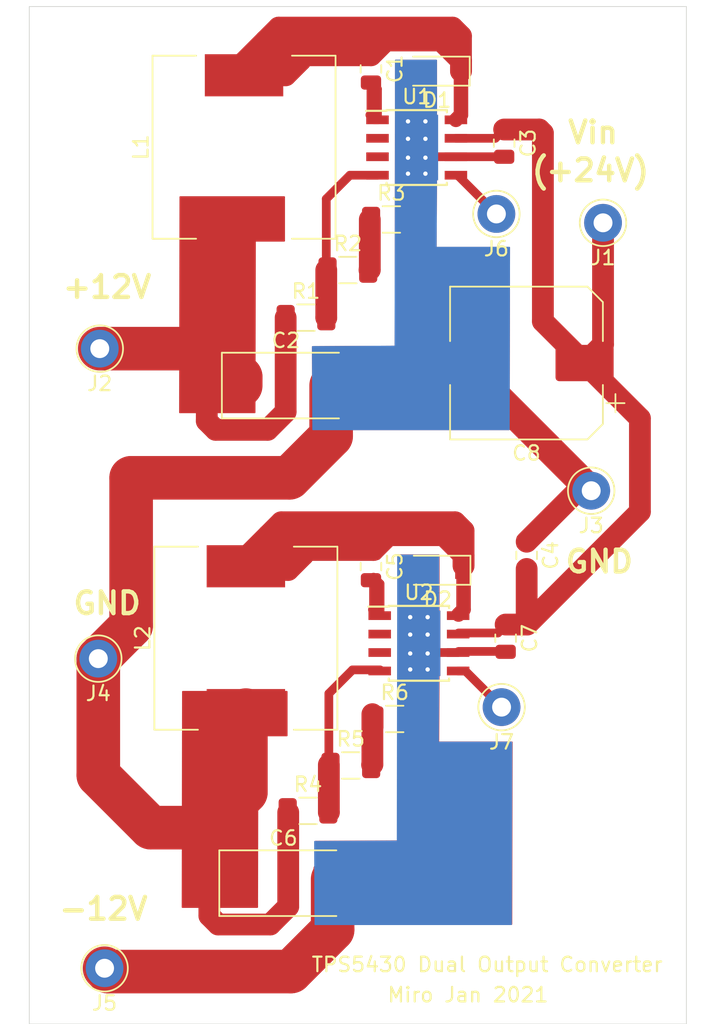
<source format=kicad_pcb>
(kicad_pcb (version 20171130) (host pcbnew 5.1.6-c6e7f7d~87~ubuntu18.04.1)

  (general
    (thickness 1.6)
    (drawings 18)
    (tracks 145)
    (zones 0)
    (modules 27)
    (nets 19)
  )

  (page A4)
  (layers
    (0 F.Cu signal)
    (31 B.Cu signal)
    (32 B.Adhes user)
    (33 F.Adhes user)
    (34 B.Paste user)
    (35 F.Paste user)
    (36 B.SilkS user)
    (37 F.SilkS user)
    (38 B.Mask user)
    (39 F.Mask user)
    (40 Dwgs.User user)
    (41 Cmts.User user)
    (42 Eco1.User user)
    (43 Eco2.User user)
    (44 Edge.Cuts user)
    (45 Margin user)
    (46 B.CrtYd user)
    (47 F.CrtYd user)
    (48 B.Fab user)
    (49 F.Fab user)
  )

  (setup
    (last_trace_width 0.6)
    (user_trace_width 0.3)
    (user_trace_width 0.5)
    (user_trace_width 0.6)
    (user_trace_width 1)
    (user_trace_width 1.5)
    (user_trace_width 2)
    (user_trace_width 3)
    (trace_clearance 0.2)
    (zone_clearance 0.508)
    (zone_45_only no)
    (trace_min 0.2)
    (via_size 0.8)
    (via_drill 0.4)
    (via_min_size 0.4)
    (via_min_drill 0.3)
    (uvia_size 0.3)
    (uvia_drill 0.1)
    (uvias_allowed no)
    (uvia_min_size 0.2)
    (uvia_min_drill 0.1)
    (edge_width 0.05)
    (segment_width 0.2)
    (pcb_text_width 0.3)
    (pcb_text_size 1.5 1.5)
    (mod_edge_width 0.12)
    (mod_text_size 1 1)
    (mod_text_width 0.15)
    (pad_size 1.524 1.524)
    (pad_drill 0.762)
    (pad_to_mask_clearance 0.05)
    (aux_axis_origin 0 0)
    (visible_elements FFFFFF7F)
    (pcbplotparams
      (layerselection 0x010fc_ffffffff)
      (usegerberextensions false)
      (usegerberattributes true)
      (usegerberadvancedattributes true)
      (creategerberjobfile true)
      (excludeedgelayer true)
      (linewidth 0.100000)
      (plotframeref false)
      (viasonmask false)
      (mode 1)
      (useauxorigin false)
      (hpglpennumber 1)
      (hpglpenspeed 20)
      (hpglpendiameter 15.000000)
      (psnegative false)
      (psa4output false)
      (plotreference true)
      (plotvalue true)
      (plotinvisibletext false)
      (padsonsilk false)
      (subtractmaskfromsilk false)
      (outputformat 1)
      (mirror false)
      (drillshape 0)
      (scaleselection 1)
      (outputdirectory "/home/linux-user/Documents/Amplifiers/Volume Controller/Dual Output DC-DC Converter/Dual Output Converter/Dual_Output_Gerbers/"))
  )

  (net 0 "")
  (net 1 "Net-(C1-Pad1)")
  (net 2 "Net-(C1-Pad2)")
  (net 3 "Net-(C2-Pad2)")
  (net 4 "Net-(C2-Pad1)")
  (net 5 "Net-(C3-Pad1)")
  (net 6 "Net-(C5-Pad1)")
  (net 7 "Net-(C5-Pad2)")
  (net 8 "Net-(C6-Pad2)")
  (net 9 "Net-(J6-Pad1)")
  (net 10 "Net-(J7-Pad1)")
  (net 11 "Net-(R1-Pad2)")
  (net 12 "Net-(R2-Pad2)")
  (net 13 "Net-(R4-Pad2)")
  (net 14 "Net-(R5-Pad2)")
  (net 15 "Net-(U1-Pad2)")
  (net 16 "Net-(U1-Pad3)")
  (net 17 "Net-(U2-Pad3)")
  (net 18 "Net-(U2-Pad2)")

  (net_class Default "This is the default net class."
    (clearance 0.2)
    (trace_width 0.25)
    (via_dia 0.8)
    (via_drill 0.4)
    (uvia_dia 0.3)
    (uvia_drill 0.1)
    (add_net "Net-(C1-Pad1)")
    (add_net "Net-(C1-Pad2)")
    (add_net "Net-(C2-Pad1)")
    (add_net "Net-(C2-Pad2)")
    (add_net "Net-(C3-Pad1)")
    (add_net "Net-(C5-Pad1)")
    (add_net "Net-(C5-Pad2)")
    (add_net "Net-(C6-Pad2)")
    (add_net "Net-(J6-Pad1)")
    (add_net "Net-(J7-Pad1)")
    (add_net "Net-(R1-Pad2)")
    (add_net "Net-(R2-Pad2)")
    (add_net "Net-(R4-Pad2)")
    (add_net "Net-(R5-Pad2)")
    (add_net "Net-(U1-Pad2)")
    (add_net "Net-(U1-Pad3)")
    (add_net "Net-(U2-Pad2)")
    (add_net "Net-(U2-Pad3)")
  )

  (module Capacitor_SMD:C_0805_2012Metric (layer F.Cu) (tedit 5B36C52B) (tstamp 5FF81BE7)
    (at 87.6554 56.0324 270)
    (descr "Capacitor SMD 0805 (2012 Metric), square (rectangular) end terminal, IPC_7351 nominal, (Body size source: https://docs.google.com/spreadsheets/d/1BsfQQcO9C6DZCsRaXUlFlo91Tg2WpOkGARC1WS5S8t0/edit?usp=sharing), generated with kicad-footprint-generator")
    (tags capacitor)
    (path /5FF7CE5C)
    (attr smd)
    (fp_text reference C1 (at 0 -1.65 90) (layer F.SilkS)
      (effects (font (size 1 1) (thickness 0.15)))
    )
    (fp_text value "10nF C1710" (at 0 1.65 90) (layer F.Fab)
      (effects (font (size 1 1) (thickness 0.15)))
    )
    (fp_line (start 1.68 0.95) (end -1.68 0.95) (layer F.CrtYd) (width 0.05))
    (fp_line (start 1.68 -0.95) (end 1.68 0.95) (layer F.CrtYd) (width 0.05))
    (fp_line (start -1.68 -0.95) (end 1.68 -0.95) (layer F.CrtYd) (width 0.05))
    (fp_line (start -1.68 0.95) (end -1.68 -0.95) (layer F.CrtYd) (width 0.05))
    (fp_line (start -0.258578 0.71) (end 0.258578 0.71) (layer F.SilkS) (width 0.12))
    (fp_line (start -0.258578 -0.71) (end 0.258578 -0.71) (layer F.SilkS) (width 0.12))
    (fp_line (start 1 0.6) (end -1 0.6) (layer F.Fab) (width 0.1))
    (fp_line (start 1 -0.6) (end 1 0.6) (layer F.Fab) (width 0.1))
    (fp_line (start -1 -0.6) (end 1 -0.6) (layer F.Fab) (width 0.1))
    (fp_line (start -1 0.6) (end -1 -0.6) (layer F.Fab) (width 0.1))
    (fp_text user %R (at 0 0 90) (layer F.Fab)
      (effects (font (size 0.5 0.5) (thickness 0.08)))
    )
    (pad 1 smd roundrect (at -0.9375 0 270) (size 0.975 1.4) (layers F.Cu F.Paste F.Mask) (roundrect_rratio 0.25)
      (net 1 "Net-(C1-Pad1)"))
    (pad 2 smd roundrect (at 0.9375 0 270) (size 0.975 1.4) (layers F.Cu F.Paste F.Mask) (roundrect_rratio 0.25)
      (net 2 "Net-(C1-Pad2)"))
    (model ${KISYS3DMOD}/Capacitor_SMD.3dshapes/C_0805_2012Metric.wrl
      (at (xyz 0 0 0))
      (scale (xyz 1 1 1))
      (rotate (xyz 0 0 0))
    )
  )

  (module Capacitor_SMD:C_0805_2012Metric (layer F.Cu) (tedit 5B36C52B) (tstamp 5FF81C20)
    (at 96.8248 61.1401 270)
    (descr "Capacitor SMD 0805 (2012 Metric), square (rectangular) end terminal, IPC_7351 nominal, (Body size source: https://docs.google.com/spreadsheets/d/1BsfQQcO9C6DZCsRaXUlFlo91Tg2WpOkGARC1WS5S8t0/edit?usp=sharing), generated with kicad-footprint-generator")
    (tags capacitor)
    (path /5FF7BF72)
    (attr smd)
    (fp_text reference C3 (at 0 -1.65 90) (layer F.SilkS)
      (effects (font (size 1 1) (thickness 0.15)))
    )
    (fp_text value "10uF C13585" (at 0 1.65 90) (layer F.Fab)
      (effects (font (size 1 1) (thickness 0.15)))
    )
    (fp_line (start 1.68 0.95) (end -1.68 0.95) (layer F.CrtYd) (width 0.05))
    (fp_line (start 1.68 -0.95) (end 1.68 0.95) (layer F.CrtYd) (width 0.05))
    (fp_line (start -1.68 -0.95) (end 1.68 -0.95) (layer F.CrtYd) (width 0.05))
    (fp_line (start -1.68 0.95) (end -1.68 -0.95) (layer F.CrtYd) (width 0.05))
    (fp_line (start -0.258578 0.71) (end 0.258578 0.71) (layer F.SilkS) (width 0.12))
    (fp_line (start -0.258578 -0.71) (end 0.258578 -0.71) (layer F.SilkS) (width 0.12))
    (fp_line (start 1 0.6) (end -1 0.6) (layer F.Fab) (width 0.1))
    (fp_line (start 1 -0.6) (end 1 0.6) (layer F.Fab) (width 0.1))
    (fp_line (start -1 -0.6) (end 1 -0.6) (layer F.Fab) (width 0.1))
    (fp_line (start -1 0.6) (end -1 -0.6) (layer F.Fab) (width 0.1))
    (fp_text user %R (at 0 0 90) (layer F.Fab)
      (effects (font (size 0.5 0.5) (thickness 0.08)))
    )
    (pad 1 smd roundrect (at -0.9375 0 270) (size 0.975 1.4) (layers F.Cu F.Paste F.Mask) (roundrect_rratio 0.25)
      (net 5 "Net-(C3-Pad1)"))
    (pad 2 smd roundrect (at 0.9375 0 270) (size 0.975 1.4) (layers F.Cu F.Paste F.Mask) (roundrect_rratio 0.25)
      (net 3 "Net-(C2-Pad2)"))
    (model ${KISYS3DMOD}/Capacitor_SMD.3dshapes/C_0805_2012Metric.wrl
      (at (xyz 0 0 0))
      (scale (xyz 1 1 1))
      (rotate (xyz 0 0 0))
    )
  )

  (module Capacitor_SMD:C_0805_2012Metric (layer F.Cu) (tedit 5B36C52B) (tstamp 5FF81C31)
    (at 98.3742 89.5119 270)
    (descr "Capacitor SMD 0805 (2012 Metric), square (rectangular) end terminal, IPC_7351 nominal, (Body size source: https://docs.google.com/spreadsheets/d/1BsfQQcO9C6DZCsRaXUlFlo91Tg2WpOkGARC1WS5S8t0/edit?usp=sharing), generated with kicad-footprint-generator")
    (tags capacitor)
    (path /5FFC63C5)
    (attr smd)
    (fp_text reference C4 (at 0 -1.65 90) (layer F.SilkS)
      (effects (font (size 1 1) (thickness 0.15)))
    )
    (fp_text value "10uF C13585" (at 0 1.65 90) (layer F.Fab)
      (effects (font (size 1 1) (thickness 0.15)))
    )
    (fp_text user %R (at 0 0 90) (layer F.Fab)
      (effects (font (size 0.5 0.5) (thickness 0.08)))
    )
    (fp_line (start -1 0.6) (end -1 -0.6) (layer F.Fab) (width 0.1))
    (fp_line (start -1 -0.6) (end 1 -0.6) (layer F.Fab) (width 0.1))
    (fp_line (start 1 -0.6) (end 1 0.6) (layer F.Fab) (width 0.1))
    (fp_line (start 1 0.6) (end -1 0.6) (layer F.Fab) (width 0.1))
    (fp_line (start -0.258578 -0.71) (end 0.258578 -0.71) (layer F.SilkS) (width 0.12))
    (fp_line (start -0.258578 0.71) (end 0.258578 0.71) (layer F.SilkS) (width 0.12))
    (fp_line (start -1.68 0.95) (end -1.68 -0.95) (layer F.CrtYd) (width 0.05))
    (fp_line (start -1.68 -0.95) (end 1.68 -0.95) (layer F.CrtYd) (width 0.05))
    (fp_line (start 1.68 -0.95) (end 1.68 0.95) (layer F.CrtYd) (width 0.05))
    (fp_line (start 1.68 0.95) (end -1.68 0.95) (layer F.CrtYd) (width 0.05))
    (pad 2 smd roundrect (at 0.9375 0 270) (size 0.975 1.4) (layers F.Cu F.Paste F.Mask) (roundrect_rratio 0.25)
      (net 5 "Net-(C3-Pad1)"))
    (pad 1 smd roundrect (at -0.9375 0 270) (size 0.975 1.4) (layers F.Cu F.Paste F.Mask) (roundrect_rratio 0.25)
      (net 3 "Net-(C2-Pad2)"))
    (model ${KISYS3DMOD}/Capacitor_SMD.3dshapes/C_0805_2012Metric.wrl
      (at (xyz 0 0 0))
      (scale (xyz 1 1 1))
      (rotate (xyz 0 0 0))
    )
  )

  (module Capacitor_SMD:C_0805_2012Metric (layer F.Cu) (tedit 5B36C52B) (tstamp 5FF81C42)
    (at 87.6554 90.2861 270)
    (descr "Capacitor SMD 0805 (2012 Metric), square (rectangular) end terminal, IPC_7351 nominal, (Body size source: https://docs.google.com/spreadsheets/d/1BsfQQcO9C6DZCsRaXUlFlo91Tg2WpOkGARC1WS5S8t0/edit?usp=sharing), generated with kicad-footprint-generator")
    (tags capacitor)
    (path /5FFADEE1)
    (attr smd)
    (fp_text reference C5 (at 0 -1.65 90) (layer F.SilkS)
      (effects (font (size 1 1) (thickness 0.15)))
    )
    (fp_text value "10nF C1710" (at 0 1.65 90) (layer F.Fab)
      (effects (font (size 1 1) (thickness 0.15)))
    )
    (fp_line (start 1.68 0.95) (end -1.68 0.95) (layer F.CrtYd) (width 0.05))
    (fp_line (start 1.68 -0.95) (end 1.68 0.95) (layer F.CrtYd) (width 0.05))
    (fp_line (start -1.68 -0.95) (end 1.68 -0.95) (layer F.CrtYd) (width 0.05))
    (fp_line (start -1.68 0.95) (end -1.68 -0.95) (layer F.CrtYd) (width 0.05))
    (fp_line (start -0.258578 0.71) (end 0.258578 0.71) (layer F.SilkS) (width 0.12))
    (fp_line (start -0.258578 -0.71) (end 0.258578 -0.71) (layer F.SilkS) (width 0.12))
    (fp_line (start 1 0.6) (end -1 0.6) (layer F.Fab) (width 0.1))
    (fp_line (start 1 -0.6) (end 1 0.6) (layer F.Fab) (width 0.1))
    (fp_line (start -1 -0.6) (end 1 -0.6) (layer F.Fab) (width 0.1))
    (fp_line (start -1 0.6) (end -1 -0.6) (layer F.Fab) (width 0.1))
    (fp_text user %R (at 0 0 90) (layer F.Fab)
      (effects (font (size 0.5 0.5) (thickness 0.08)))
    )
    (pad 1 smd roundrect (at -0.9375 0 270) (size 0.975 1.4) (layers F.Cu F.Paste F.Mask) (roundrect_rratio 0.25)
      (net 6 "Net-(C5-Pad1)"))
    (pad 2 smd roundrect (at 0.9375 0 270) (size 0.975 1.4) (layers F.Cu F.Paste F.Mask) (roundrect_rratio 0.25)
      (net 7 "Net-(C5-Pad2)"))
    (model ${KISYS3DMOD}/Capacitor_SMD.3dshapes/C_0805_2012Metric.wrl
      (at (xyz 0 0 0))
      (scale (xyz 1 1 1))
      (rotate (xyz 0 0 0))
    )
  )

  (module Capacitor_SMD:C_0805_2012Metric (layer F.Cu) (tedit 5B36C52B) (tstamp 5FF81C7B)
    (at 96.9264 95.2137 270)
    (descr "Capacitor SMD 0805 (2012 Metric), square (rectangular) end terminal, IPC_7351 nominal, (Body size source: https://docs.google.com/spreadsheets/d/1BsfQQcO9C6DZCsRaXUlFlo91Tg2WpOkGARC1WS5S8t0/edit?usp=sharing), generated with kicad-footprint-generator")
    (tags capacitor)
    (path /5FFADED8)
    (attr smd)
    (fp_text reference C7 (at 0 -1.65 90) (layer F.SilkS)
      (effects (font (size 1 1) (thickness 0.15)))
    )
    (fp_text value "10uF C13585" (at 0 1.65 90) (layer F.Fab)
      (effects (font (size 1 1) (thickness 0.15)))
    )
    (fp_text user %R (at 0 0 90) (layer F.Fab)
      (effects (font (size 0.5 0.5) (thickness 0.08)))
    )
    (fp_line (start -1 0.6) (end -1 -0.6) (layer F.Fab) (width 0.1))
    (fp_line (start -1 -0.6) (end 1 -0.6) (layer F.Fab) (width 0.1))
    (fp_line (start 1 -0.6) (end 1 0.6) (layer F.Fab) (width 0.1))
    (fp_line (start 1 0.6) (end -1 0.6) (layer F.Fab) (width 0.1))
    (fp_line (start -0.258578 -0.71) (end 0.258578 -0.71) (layer F.SilkS) (width 0.12))
    (fp_line (start -0.258578 0.71) (end 0.258578 0.71) (layer F.SilkS) (width 0.12))
    (fp_line (start -1.68 0.95) (end -1.68 -0.95) (layer F.CrtYd) (width 0.05))
    (fp_line (start -1.68 -0.95) (end 1.68 -0.95) (layer F.CrtYd) (width 0.05))
    (fp_line (start 1.68 -0.95) (end 1.68 0.95) (layer F.CrtYd) (width 0.05))
    (fp_line (start 1.68 0.95) (end -1.68 0.95) (layer F.CrtYd) (width 0.05))
    (pad 2 smd roundrect (at 0.9375 0 270) (size 0.975 1.4) (layers F.Cu F.Paste F.Mask) (roundrect_rratio 0.25)
      (net 8 "Net-(C6-Pad2)"))
    (pad 1 smd roundrect (at -0.9375 0 270) (size 0.975 1.4) (layers F.Cu F.Paste F.Mask) (roundrect_rratio 0.25)
      (net 5 "Net-(C3-Pad1)"))
    (model ${KISYS3DMOD}/Capacitor_SMD.3dshapes/C_0805_2012Metric.wrl
      (at (xyz 0 0 0))
      (scale (xyz 1 1 1))
      (rotate (xyz 0 0 0))
    )
  )

  (module Capacitor_SMD:CP_Elec_10x10 (layer F.Cu) (tedit 5BCA39D1) (tstamp 5FF81CA3)
    (at 98.362 76.2762 180)
    (descr "SMD capacitor, aluminum electrolytic, Nichicon, 10.0x10.0mm")
    (tags "capacitor electrolytic")
    (path /6001CC19)
    (attr smd)
    (fp_text reference C8 (at 0 -6.2) (layer F.SilkS)
      (effects (font (size 1 1) (thickness 0.15)))
    )
    (fp_text value "470uF C3350" (at 0 6.2) (layer F.Fab)
      (effects (font (size 1 1) (thickness 0.15)))
    )
    (fp_text user %R (at 0 0) (layer F.Fab)
      (effects (font (size 1 1) (thickness 0.15)))
    )
    (fp_circle (center 0 0) (end 5 0) (layer F.Fab) (width 0.1))
    (fp_line (start 5.15 -5.15) (end 5.15 5.15) (layer F.Fab) (width 0.1))
    (fp_line (start -4.15 -5.15) (end 5.15 -5.15) (layer F.Fab) (width 0.1))
    (fp_line (start -4.15 5.15) (end 5.15 5.15) (layer F.Fab) (width 0.1))
    (fp_line (start -5.15 -4.15) (end -5.15 4.15) (layer F.Fab) (width 0.1))
    (fp_line (start -5.15 -4.15) (end -4.15 -5.15) (layer F.Fab) (width 0.1))
    (fp_line (start -5.15 4.15) (end -4.15 5.15) (layer F.Fab) (width 0.1))
    (fp_line (start -4.558325 -1.7) (end -3.558325 -1.7) (layer F.Fab) (width 0.1))
    (fp_line (start -4.058325 -2.2) (end -4.058325 -1.2) (layer F.Fab) (width 0.1))
    (fp_line (start 5.26 5.26) (end 5.26 1.51) (layer F.SilkS) (width 0.12))
    (fp_line (start 5.26 -5.26) (end 5.26 -1.51) (layer F.SilkS) (width 0.12))
    (fp_line (start -4.195563 -5.26) (end 5.26 -5.26) (layer F.SilkS) (width 0.12))
    (fp_line (start -4.195563 5.26) (end 5.26 5.26) (layer F.SilkS) (width 0.12))
    (fp_line (start -5.26 4.195563) (end -5.26 1.51) (layer F.SilkS) (width 0.12))
    (fp_line (start -5.26 -4.195563) (end -5.26 -1.51) (layer F.SilkS) (width 0.12))
    (fp_line (start -5.26 -4.195563) (end -4.195563 -5.26) (layer F.SilkS) (width 0.12))
    (fp_line (start -5.26 4.195563) (end -4.195563 5.26) (layer F.SilkS) (width 0.12))
    (fp_line (start -6.75 -2.76) (end -5.5 -2.76) (layer F.SilkS) (width 0.12))
    (fp_line (start -6.125 -3.385) (end -6.125 -2.135) (layer F.SilkS) (width 0.12))
    (fp_line (start 5.4 -5.4) (end 5.4 -1.5) (layer F.CrtYd) (width 0.05))
    (fp_line (start 5.4 -1.5) (end 6.25 -1.5) (layer F.CrtYd) (width 0.05))
    (fp_line (start 6.25 -1.5) (end 6.25 1.5) (layer F.CrtYd) (width 0.05))
    (fp_line (start 6.25 1.5) (end 5.4 1.5) (layer F.CrtYd) (width 0.05))
    (fp_line (start 5.4 1.5) (end 5.4 5.4) (layer F.CrtYd) (width 0.05))
    (fp_line (start -4.25 5.4) (end 5.4 5.4) (layer F.CrtYd) (width 0.05))
    (fp_line (start -4.25 -5.4) (end 5.4 -5.4) (layer F.CrtYd) (width 0.05))
    (fp_line (start -5.4 4.25) (end -4.25 5.4) (layer F.CrtYd) (width 0.05))
    (fp_line (start -5.4 -4.25) (end -4.25 -5.4) (layer F.CrtYd) (width 0.05))
    (fp_line (start -5.4 -4.25) (end -5.4 -1.5) (layer F.CrtYd) (width 0.05))
    (fp_line (start -5.4 1.5) (end -5.4 4.25) (layer F.CrtYd) (width 0.05))
    (fp_line (start -5.4 -1.5) (end -6.25 -1.5) (layer F.CrtYd) (width 0.05))
    (fp_line (start -6.25 -1.5) (end -6.25 1.5) (layer F.CrtYd) (width 0.05))
    (fp_line (start -6.25 1.5) (end -5.4 1.5) (layer F.CrtYd) (width 0.05))
    (pad 2 smd roundrect (at 4 0 180) (size 4 2.5) (layers F.Cu F.Paste F.Mask) (roundrect_rratio 0.1)
      (net 3 "Net-(C2-Pad2)"))
    (pad 1 smd roundrect (at -4 0 180) (size 4 2.5) (layers F.Cu F.Paste F.Mask) (roundrect_rratio 0.1)
      (net 5 "Net-(C3-Pad1)"))
    (model ${KISYS3DMOD}/Capacitor_SMD.3dshapes/CP_Elec_10x10.wrl
      (at (xyz 0 0 0))
      (scale (xyz 1 1 1))
      (rotate (xyz 0 0 0))
    )
  )

  (module Diode_SMD:D_SOD-123 (layer F.Cu) (tedit 58645DC7) (tstamp 5FF81CE4)
    (at 92.203 56.1848 180)
    (descr SOD-123)
    (tags SOD-123)
    (path /5FF7E4DC)
    (attr smd)
    (fp_text reference D1 (at 0 -2) (layer F.SilkS)
      (effects (font (size 1 1) (thickness 0.15)))
    )
    (fp_text value "B340 C8598" (at 0 2.1) (layer F.Fab)
      (effects (font (size 1 1) (thickness 0.15)))
    )
    (fp_line (start -2.25 -1) (end 1.65 -1) (layer F.SilkS) (width 0.12))
    (fp_line (start -2.25 1) (end 1.65 1) (layer F.SilkS) (width 0.12))
    (fp_line (start -2.35 -1.15) (end -2.35 1.15) (layer F.CrtYd) (width 0.05))
    (fp_line (start 2.35 1.15) (end -2.35 1.15) (layer F.CrtYd) (width 0.05))
    (fp_line (start 2.35 -1.15) (end 2.35 1.15) (layer F.CrtYd) (width 0.05))
    (fp_line (start -2.35 -1.15) (end 2.35 -1.15) (layer F.CrtYd) (width 0.05))
    (fp_line (start -1.4 -0.9) (end 1.4 -0.9) (layer F.Fab) (width 0.1))
    (fp_line (start 1.4 -0.9) (end 1.4 0.9) (layer F.Fab) (width 0.1))
    (fp_line (start 1.4 0.9) (end -1.4 0.9) (layer F.Fab) (width 0.1))
    (fp_line (start -1.4 0.9) (end -1.4 -0.9) (layer F.Fab) (width 0.1))
    (fp_line (start -0.75 0) (end -0.35 0) (layer F.Fab) (width 0.1))
    (fp_line (start -0.35 0) (end -0.35 -0.55) (layer F.Fab) (width 0.1))
    (fp_line (start -0.35 0) (end -0.35 0.55) (layer F.Fab) (width 0.1))
    (fp_line (start -0.35 0) (end 0.25 -0.4) (layer F.Fab) (width 0.1))
    (fp_line (start 0.25 -0.4) (end 0.25 0.4) (layer F.Fab) (width 0.1))
    (fp_line (start 0.25 0.4) (end -0.35 0) (layer F.Fab) (width 0.1))
    (fp_line (start 0.25 0) (end 0.75 0) (layer F.Fab) (width 0.1))
    (fp_line (start -2.25 -1) (end -2.25 1) (layer F.SilkS) (width 0.12))
    (fp_text user %R (at 0 -2) (layer F.Fab)
      (effects (font (size 1 1) (thickness 0.15)))
    )
    (pad 1 smd rect (at -1.65 0 180) (size 0.9 1.2) (layers F.Cu F.Paste F.Mask)
      (net 1 "Net-(C1-Pad1)"))
    (pad 2 smd rect (at 1.65 0 180) (size 0.9 1.2) (layers F.Cu F.Paste F.Mask)
      (net 3 "Net-(C2-Pad2)"))
    (model ${KISYS3DMOD}/Diode_SMD.3dshapes/D_SOD-123.wrl
      (at (xyz 0 0 0))
      (scale (xyz 1 1 1))
      (rotate (xyz 0 0 0))
    )
  )

  (module Diode_SMD:D_SOD-123 (layer F.Cu) (tedit 58645DC7) (tstamp 5FF81CFD)
    (at 92.2528 90.5378 180)
    (descr SOD-123)
    (tags SOD-123)
    (path /5FFADEED)
    (attr smd)
    (fp_text reference D2 (at 0 -2) (layer F.SilkS)
      (effects (font (size 1 1) (thickness 0.15)))
    )
    (fp_text value "B340 C8598" (at 0 2.1) (layer F.Fab)
      (effects (font (size 1 1) (thickness 0.15)))
    )
    (fp_text user %R (at 0 -2) (layer F.Fab)
      (effects (font (size 1 1) (thickness 0.15)))
    )
    (fp_line (start -2.25 -1) (end -2.25 1) (layer F.SilkS) (width 0.12))
    (fp_line (start 0.25 0) (end 0.75 0) (layer F.Fab) (width 0.1))
    (fp_line (start 0.25 0.4) (end -0.35 0) (layer F.Fab) (width 0.1))
    (fp_line (start 0.25 -0.4) (end 0.25 0.4) (layer F.Fab) (width 0.1))
    (fp_line (start -0.35 0) (end 0.25 -0.4) (layer F.Fab) (width 0.1))
    (fp_line (start -0.35 0) (end -0.35 0.55) (layer F.Fab) (width 0.1))
    (fp_line (start -0.35 0) (end -0.35 -0.55) (layer F.Fab) (width 0.1))
    (fp_line (start -0.75 0) (end -0.35 0) (layer F.Fab) (width 0.1))
    (fp_line (start -1.4 0.9) (end -1.4 -0.9) (layer F.Fab) (width 0.1))
    (fp_line (start 1.4 0.9) (end -1.4 0.9) (layer F.Fab) (width 0.1))
    (fp_line (start 1.4 -0.9) (end 1.4 0.9) (layer F.Fab) (width 0.1))
    (fp_line (start -1.4 -0.9) (end 1.4 -0.9) (layer F.Fab) (width 0.1))
    (fp_line (start -2.35 -1.15) (end 2.35 -1.15) (layer F.CrtYd) (width 0.05))
    (fp_line (start 2.35 -1.15) (end 2.35 1.15) (layer F.CrtYd) (width 0.05))
    (fp_line (start 2.35 1.15) (end -2.35 1.15) (layer F.CrtYd) (width 0.05))
    (fp_line (start -2.35 -1.15) (end -2.35 1.15) (layer F.CrtYd) (width 0.05))
    (fp_line (start -2.25 1) (end 1.65 1) (layer F.SilkS) (width 0.12))
    (fp_line (start -2.25 -1) (end 1.65 -1) (layer F.SilkS) (width 0.12))
    (pad 2 smd rect (at 1.65 0 180) (size 0.9 1.2) (layers F.Cu F.Paste F.Mask)
      (net 8 "Net-(C6-Pad2)"))
    (pad 1 smd rect (at -1.65 0 180) (size 0.9 1.2) (layers F.Cu F.Paste F.Mask)
      (net 6 "Net-(C5-Pad1)"))
    (model ${KISYS3DMOD}/Diode_SMD.3dshapes/D_SOD-123.wrl
      (at (xyz 0 0 0))
      (scale (xyz 1 1 1))
      (rotate (xyz 0 0 0))
    )
  )

  (module Connector_Pin:Pin_D1.3mm_L11.0mm (layer F.Cu) (tedit 5A1DC085) (tstamp 5FF81D07)
    (at 103.632 66.6242)
    (descr "solder Pin_ diameter 1.3mm, hole diameter 1.3mm, length 11.0mm")
    (tags "solder Pin_ pressfit")
    (path /5FFE3181)
    (fp_text reference J1 (at 0 2.4) (layer F.SilkS)
      (effects (font (size 1 1) (thickness 0.15)))
    )
    (fp_text value Conn_01x01_Male (at 0 -2.05) (layer F.Fab)
      (effects (font (size 1 1) (thickness 0.15)))
    )
    (fp_circle (center 0 0) (end 1.6 0.05) (layer F.SilkS) (width 0.12))
    (fp_circle (center 0 0) (end 1.25 -0.05) (layer F.Fab) (width 0.12))
    (fp_circle (center 0 0) (end 0.65 -0.05) (layer F.Fab) (width 0.12))
    (fp_circle (center 0 0) (end 1.8 0) (layer F.CrtYd) (width 0.05))
    (fp_text user %R (at 0 2.4) (layer F.Fab)
      (effects (font (size 1 1) (thickness 0.15)))
    )
    (pad 1 thru_hole circle (at 0 0) (size 2.6 2.6) (drill 1.3) (layers *.Cu *.Mask)
      (net 5 "Net-(C3-Pad1)"))
    (model ${KISYS3DMOD}/Connector_Pin.3dshapes/Pin_D1.3mm_L11.0mm.wrl
      (at (xyz 0 0 0))
      (scale (xyz 1 1 1))
      (rotate (xyz 0 0 0))
    )
  )

  (module Connector_Pin:Pin_D1.3mm_L11.0mm (layer F.Cu) (tedit 5A1DC085) (tstamp 5FF81D11)
    (at 68.9864 75.2856)
    (descr "solder Pin_ diameter 1.3mm, hole diameter 1.3mm, length 11.0mm")
    (tags "solder Pin_ pressfit")
    (path /5FFE732F)
    (fp_text reference J2 (at 0 2.4) (layer F.SilkS)
      (effects (font (size 1 1) (thickness 0.15)))
    )
    (fp_text value Conn_01x01_Male (at 0 -2.05) (layer F.Fab)
      (effects (font (size 1 1) (thickness 0.15)))
    )
    (fp_circle (center 0 0) (end 1.6 0.05) (layer F.SilkS) (width 0.12))
    (fp_circle (center 0 0) (end 1.25 -0.05) (layer F.Fab) (width 0.12))
    (fp_circle (center 0 0) (end 0.65 -0.05) (layer F.Fab) (width 0.12))
    (fp_circle (center 0 0) (end 1.8 0) (layer F.CrtYd) (width 0.05))
    (fp_text user %R (at 0 2.4) (layer F.Fab)
      (effects (font (size 1 1) (thickness 0.15)))
    )
    (pad 1 thru_hole circle (at 0 0) (size 2.6 2.6) (drill 1.3) (layers *.Cu *.Mask)
      (net 4 "Net-(C2-Pad1)"))
    (model ${KISYS3DMOD}/Connector_Pin.3dshapes/Pin_D1.3mm_L11.0mm.wrl
      (at (xyz 0 0 0))
      (scale (xyz 1 1 1))
      (rotate (xyz 0 0 0))
    )
  )

  (module Connector_Pin:Pin_D1.3mm_L11.0mm (layer F.Cu) (tedit 5A1DC085) (tstamp 5FF81D1B)
    (at 102.8192 85.0646)
    (descr "solder Pin_ diameter 1.3mm, hole diameter 1.3mm, length 11.0mm")
    (tags "solder Pin_ pressfit")
    (path /5FFE3DCB)
    (fp_text reference J3 (at 0 2.4) (layer F.SilkS)
      (effects (font (size 1 1) (thickness 0.15)))
    )
    (fp_text value Conn_01x01_Male (at 0 -2.05) (layer F.Fab)
      (effects (font (size 1 1) (thickness 0.15)))
    )
    (fp_text user %R (at 0 2.4) (layer F.Fab)
      (effects (font (size 1 1) (thickness 0.15)))
    )
    (fp_circle (center 0 0) (end 1.8 0) (layer F.CrtYd) (width 0.05))
    (fp_circle (center 0 0) (end 0.65 -0.05) (layer F.Fab) (width 0.12))
    (fp_circle (center 0 0) (end 1.25 -0.05) (layer F.Fab) (width 0.12))
    (fp_circle (center 0 0) (end 1.6 0.05) (layer F.SilkS) (width 0.12))
    (pad 1 thru_hole circle (at 0 0) (size 2.6 2.6) (drill 1.3) (layers *.Cu *.Mask)
      (net 3 "Net-(C2-Pad2)"))
    (model ${KISYS3DMOD}/Connector_Pin.3dshapes/Pin_D1.3mm_L11.0mm.wrl
      (at (xyz 0 0 0))
      (scale (xyz 1 1 1))
      (rotate (xyz 0 0 0))
    )
  )

  (module Connector_Pin:Pin_D1.3mm_L11.0mm (layer F.Cu) (tedit 5A1DC085) (tstamp 5FF81D25)
    (at 68.8848 96.6216)
    (descr "solder Pin_ diameter 1.3mm, hole diameter 1.3mm, length 11.0mm")
    (tags "solder Pin_ pressfit")
    (path /5FFE9869)
    (fp_text reference J4 (at 0 2.4) (layer F.SilkS)
      (effects (font (size 1 1) (thickness 0.15)))
    )
    (fp_text value Conn_01x01_Male (at 0 -2.05) (layer F.Fab)
      (effects (font (size 1 1) (thickness 0.15)))
    )
    (fp_text user %R (at 0 2.4) (layer F.Fab)
      (effects (font (size 1 1) (thickness 0.15)))
    )
    (fp_circle (center 0 0) (end 1.8 0) (layer F.CrtYd) (width 0.05))
    (fp_circle (center 0 0) (end 0.65 -0.05) (layer F.Fab) (width 0.12))
    (fp_circle (center 0 0) (end 1.25 -0.05) (layer F.Fab) (width 0.12))
    (fp_circle (center 0 0) (end 1.6 0.05) (layer F.SilkS) (width 0.12))
    (pad 1 thru_hole circle (at 0 0) (size 2.6 2.6) (drill 1.3) (layers *.Cu *.Mask)
      (net 3 "Net-(C2-Pad2)"))
    (model ${KISYS3DMOD}/Connector_Pin.3dshapes/Pin_D1.3mm_L11.0mm.wrl
      (at (xyz 0 0 0))
      (scale (xyz 1 1 1))
      (rotate (xyz 0 0 0))
    )
  )

  (module Connector_Pin:Pin_D1.3mm_L11.0mm (layer F.Cu) (tedit 5A1DC085) (tstamp 5FF81D2F)
    (at 69.3166 117.9322)
    (descr "solder Pin_ diameter 1.3mm, hole diameter 1.3mm, length 11.0mm")
    (tags "solder Pin_ pressfit")
    (path /5FFEBDF2)
    (fp_text reference J5 (at 0 2.4) (layer F.SilkS)
      (effects (font (size 1 1) (thickness 0.15)))
    )
    (fp_text value Conn_01x01_Male (at 0 -2.05) (layer F.Fab)
      (effects (font (size 1 1) (thickness 0.15)))
    )
    (fp_circle (center 0 0) (end 1.6 0.05) (layer F.SilkS) (width 0.12))
    (fp_circle (center 0 0) (end 1.25 -0.05) (layer F.Fab) (width 0.12))
    (fp_circle (center 0 0) (end 0.65 -0.05) (layer F.Fab) (width 0.12))
    (fp_circle (center 0 0) (end 1.8 0) (layer F.CrtYd) (width 0.05))
    (fp_text user %R (at 0 2.4) (layer F.Fab)
      (effects (font (size 1 1) (thickness 0.15)))
    )
    (pad 1 thru_hole circle (at 0 0) (size 2.6 2.6) (drill 1.3) (layers *.Cu *.Mask)
      (net 8 "Net-(C6-Pad2)"))
    (model ${KISYS3DMOD}/Connector_Pin.3dshapes/Pin_D1.3mm_L11.0mm.wrl
      (at (xyz 0 0 0))
      (scale (xyz 1 1 1))
      (rotate (xyz 0 0 0))
    )
  )

  (module Connector_Pin:Pin_D1.3mm_L11.0mm (layer F.Cu) (tedit 5A1DC085) (tstamp 5FF81D39)
    (at 96.2914 66.0146)
    (descr "solder Pin_ diameter 1.3mm, hole diameter 1.3mm, length 11.0mm")
    (tags "solder Pin_ pressfit")
    (path /60033D66)
    (fp_text reference J6 (at 0 2.4) (layer F.SilkS)
      (effects (font (size 1 1) (thickness 0.15)))
    )
    (fp_text value Conn_01x01_Male (at 0 -2.05) (layer F.Fab)
      (effects (font (size 1 1) (thickness 0.15)))
    )
    (fp_text user %R (at 0 2.4) (layer F.Fab)
      (effects (font (size 1 1) (thickness 0.15)))
    )
    (fp_circle (center 0 0) (end 1.8 0) (layer F.CrtYd) (width 0.05))
    (fp_circle (center 0 0) (end 0.65 -0.05) (layer F.Fab) (width 0.12))
    (fp_circle (center 0 0) (end 1.25 -0.05) (layer F.Fab) (width 0.12))
    (fp_circle (center 0 0) (end 1.6 0.05) (layer F.SilkS) (width 0.12))
    (pad 1 thru_hole circle (at 0 0) (size 2.6 2.6) (drill 1.3) (layers *.Cu *.Mask)
      (net 9 "Net-(J6-Pad1)"))
    (model ${KISYS3DMOD}/Connector_Pin.3dshapes/Pin_D1.3mm_L11.0mm.wrl
      (at (xyz 0 0 0))
      (scale (xyz 1 1 1))
      (rotate (xyz 0 0 0))
    )
  )

  (module Connector_Pin:Pin_D1.3mm_L11.0mm (layer F.Cu) (tedit 5A1DC085) (tstamp 5FF81D43)
    (at 96.647 99.9612)
    (descr "solder Pin_ diameter 1.3mm, hole diameter 1.3mm, length 11.0mm")
    (tags "solder Pin_ pressfit")
    (path /6005CFA4)
    (fp_text reference J7 (at 0 2.4) (layer F.SilkS)
      (effects (font (size 1 1) (thickness 0.15)))
    )
    (fp_text value Conn_01x01_Male (at 0 -2.05) (layer F.Fab)
      (effects (font (size 1 1) (thickness 0.15)))
    )
    (fp_circle (center 0 0) (end 1.6 0.05) (layer F.SilkS) (width 0.12))
    (fp_circle (center 0 0) (end 1.25 -0.05) (layer F.Fab) (width 0.12))
    (fp_circle (center 0 0) (end 0.65 -0.05) (layer F.Fab) (width 0.12))
    (fp_circle (center 0 0) (end 1.8 0) (layer F.CrtYd) (width 0.05))
    (fp_text user %R (at 0 2.4) (layer F.Fab)
      (effects (font (size 1 1) (thickness 0.15)))
    )
    (pad 1 thru_hole circle (at 0 0) (size 2.6 2.6) (drill 1.3) (layers *.Cu *.Mask)
      (net 10 "Net-(J7-Pad1)"))
    (model ${KISYS3DMOD}/Connector_Pin.3dshapes/Pin_D1.3mm_L11.0mm.wrl
      (at (xyz 0 0 0))
      (scale (xyz 1 1 1))
      (rotate (xyz 0 0 0))
    )
  )

  (module Inductor_SMD:L_12x12mm_H6mm (layer F.Cu) (tedit 5990349B) (tstamp 5FF81D92)
    (at 78.9178 61.4202 90)
    (descr "Choke, SMD, 12x12mm 6mm height")
    (tags "Choke SMD")
    (path /5FF7D115)
    (attr smd)
    (fp_text reference L1 (at 0 -7.1 90) (layer F.SilkS)
      (effects (font (size 1 1) (thickness 0.15)))
    )
    (fp_text value "100uH C169389" (at 0 7.5 90) (layer F.Fab)
      (effects (font (size 1 1) (thickness 0.15)))
    )
    (fp_circle (center -2.1 3) (end -1.8 3.25) (layer F.Fab) (width 0.1))
    (fp_circle (center 0 0) (end 0.15 0.15) (layer F.Adhes) (width 0.38))
    (fp_circle (center 0 0) (end 0.55 0) (layer F.Adhes) (width 0.38))
    (fp_circle (center 0 0) (end 0.9 0) (layer F.Adhes) (width 0.38))
    (fp_line (start 6.2 -6.2) (end 6.2 -3.3) (layer F.Fab) (width 0.1))
    (fp_line (start -6.2 -6.2) (end -6.2 -3.3) (layer F.Fab) (width 0.1))
    (fp_line (start 6.2 -6.2) (end -6.2 -6.2) (layer F.Fab) (width 0.1))
    (fp_line (start 6.2 6.2) (end 6.2 3.3) (layer F.Fab) (width 0.1))
    (fp_line (start -6.2 6.2) (end 6.2 6.2) (layer F.Fab) (width 0.1))
    (fp_line (start -6.2 3.3) (end -6.2 6.2) (layer F.Fab) (width 0.1))
    (fp_line (start -5 -3.5) (end -4.8 -3.2) (layer F.Fab) (width 0.1))
    (fp_line (start -5.1 -4) (end -5 -3.5) (layer F.Fab) (width 0.1))
    (fp_line (start -4.9 -4.5) (end -5.1 -4) (layer F.Fab) (width 0.1))
    (fp_line (start -4.6 -4.8) (end -4.9 -4.5) (layer F.Fab) (width 0.1))
    (fp_line (start -4.2 -5) (end -4.6 -4.8) (layer F.Fab) (width 0.1))
    (fp_line (start -3.7 -5.1) (end -4.2 -5) (layer F.Fab) (width 0.1))
    (fp_line (start -3.3 -4.9) (end -3.7 -5.1) (layer F.Fab) (width 0.1))
    (fp_line (start -3 -4.7) (end -3.3 -4.9) (layer F.Fab) (width 0.1))
    (fp_line (start -2.6 -4.9) (end -3 -4.7) (layer F.Fab) (width 0.1))
    (fp_line (start -1.7 -5.3) (end -2.6 -4.9) (layer F.Fab) (width 0.1))
    (fp_line (start -0.8 -5.5) (end -1.7 -5.3) (layer F.Fab) (width 0.1))
    (fp_line (start 0 -5.6) (end -0.8 -5.5) (layer F.Fab) (width 0.1))
    (fp_line (start 0.9 -5.5) (end 0 -5.6) (layer F.Fab) (width 0.1))
    (fp_line (start 1.7 -5.3) (end 0.9 -5.5) (layer F.Fab) (width 0.1))
    (fp_line (start 2.2 -5.1) (end 1.7 -5.3) (layer F.Fab) (width 0.1))
    (fp_line (start 2.6 -4.9) (end 2.2 -5.1) (layer F.Fab) (width 0.1))
    (fp_line (start 3 -4.6) (end 2.6 -4.9) (layer F.Fab) (width 0.1))
    (fp_line (start 3.3 -4.9) (end 3 -4.6) (layer F.Fab) (width 0.1))
    (fp_line (start 3.6 -5) (end 3.3 -4.9) (layer F.Fab) (width 0.1))
    (fp_line (start 3.9 -5.1) (end 3.6 -5) (layer F.Fab) (width 0.1))
    (fp_line (start 4.2 -5.1) (end 3.9 -5.1) (layer F.Fab) (width 0.1))
    (fp_line (start 4.5 -4.9) (end 4.2 -5.1) (layer F.Fab) (width 0.1))
    (fp_line (start 4.8 -4.7) (end 4.5 -4.9) (layer F.Fab) (width 0.1))
    (fp_line (start 5 -4.3) (end 4.8 -4.7) (layer F.Fab) (width 0.1))
    (fp_line (start 5.1 -4) (end 5 -4.3) (layer F.Fab) (width 0.1))
    (fp_line (start 5 -3.6) (end 5.1 -4) (layer F.Fab) (width 0.1))
    (fp_line (start 4.9 -3.3) (end 5 -3.6) (layer F.Fab) (width 0.1))
    (fp_line (start -5 3.6) (end -4.8 3.2) (layer F.Fab) (width 0.1))
    (fp_line (start -5.1 4.1) (end -5 3.6) (layer F.Fab) (width 0.1))
    (fp_line (start -4.9 4.6) (end -5.1 4.1) (layer F.Fab) (width 0.1))
    (fp_line (start -4.6 4.8) (end -4.9 4.6) (layer F.Fab) (width 0.1))
    (fp_line (start -4.3 5) (end -4.6 4.8) (layer F.Fab) (width 0.1))
    (fp_line (start -3.9 5.1) (end -4.3 5) (layer F.Fab) (width 0.1))
    (fp_line (start -3.3 4.9) (end -3.9 5.1) (layer F.Fab) (width 0.1))
    (fp_line (start -3 4.7) (end -3.3 4.9) (layer F.Fab) (width 0.1))
    (fp_line (start -2.6 4.9) (end -3 4.7) (layer F.Fab) (width 0.1))
    (fp_line (start -2.1 5.1) (end -2.6 4.9) (layer F.Fab) (width 0.1))
    (fp_line (start -1.5 5.3) (end -2.1 5.1) (layer F.Fab) (width 0.1))
    (fp_line (start -0.6 5.5) (end -1.5 5.3) (layer F.Fab) (width 0.1))
    (fp_line (start 0.6 5.5) (end -0.6 5.5) (layer F.Fab) (width 0.1))
    (fp_line (start 1.6 5.3) (end 0.6 5.5) (layer F.Fab) (width 0.1))
    (fp_line (start 2.4 5) (end 1.6 5.3) (layer F.Fab) (width 0.1))
    (fp_line (start 3 4.6) (end 2.4 5) (layer F.Fab) (width 0.1))
    (fp_line (start 3.1 4.7) (end 3 4.6) (layer F.Fab) (width 0.1))
    (fp_line (start 3.5 5) (end 3.1 4.7) (layer F.Fab) (width 0.1))
    (fp_line (start 4 5.1) (end 3.5 5) (layer F.Fab) (width 0.1))
    (fp_line (start 4.5 5) (end 4 5.1) (layer F.Fab) (width 0.1))
    (fp_line (start 4.8 4.6) (end 4.5 5) (layer F.Fab) (width 0.1))
    (fp_line (start 5 4.3) (end 4.8 4.6) (layer F.Fab) (width 0.1))
    (fp_line (start 5.1 3.8) (end 5 4.3) (layer F.Fab) (width 0.1))
    (fp_line (start 5 3.4) (end 5.1 3.8) (layer F.Fab) (width 0.1))
    (fp_line (start 4.9 3.3) (end 5 3.4) (layer F.Fab) (width 0.1))
    (fp_line (start -6.86 6.6) (end -6.86 -6.6) (layer F.CrtYd) (width 0.05))
    (fp_line (start 6.86 6.6) (end -6.86 6.6) (layer F.CrtYd) (width 0.05))
    (fp_line (start 6.86 -6.6) (end 6.86 6.6) (layer F.CrtYd) (width 0.05))
    (fp_line (start -6.86 -6.6) (end 6.86 -6.6) (layer F.CrtYd) (width 0.05))
    (fp_line (start 6.3 -6.3) (end 6.3 -3.3) (layer F.SilkS) (width 0.12))
    (fp_line (start -6.3 -6.3) (end 6.3 -6.3) (layer F.SilkS) (width 0.12))
    (fp_line (start -6.3 -3.3) (end -6.3 -6.3) (layer F.SilkS) (width 0.12))
    (fp_line (start -6.3 6.3) (end -6.3 3.3) (layer F.SilkS) (width 0.12))
    (fp_line (start 6.3 6.3) (end -6.3 6.3) (layer F.SilkS) (width 0.12))
    (fp_line (start 6.3 3.3) (end 6.3 6.3) (layer F.SilkS) (width 0.12))
    (fp_text user %R (at 0 0 90) (layer F.Fab)
      (effects (font (size 1 1) (thickness 0.15)))
    )
    (pad 1 smd rect (at -4.95 0 90) (size 2.9 5.4) (layers F.Cu F.Paste F.Mask)
      (net 4 "Net-(C2-Pad1)"))
    (pad 2 smd rect (at 4.95 0 90) (size 2.9 5.4) (layers F.Cu F.Paste F.Mask)
      (net 1 "Net-(C1-Pad1)"))
    (model ${KISYS3DMOD}/Inductor_SMD.3dshapes/L_12x12mm_H6mm.wrl
      (at (xyz 0 0 0))
      (scale (xyz 1 1 1))
      (rotate (xyz 0 0 0))
    )
  )

  (module Inductor_SMD:L_12x12mm_H6mm (layer F.Cu) (tedit 5990349B) (tstamp 5FF81DE1)
    (at 79.0448 95.2144 90)
    (descr "Choke, SMD, 12x12mm 6mm height")
    (tags "Choke SMD")
    (path /5FFADEE7)
    (attr smd)
    (fp_text reference L2 (at 0 -7.1 90) (layer F.SilkS)
      (effects (font (size 1 1) (thickness 0.15)))
    )
    (fp_text value "100uH C169389" (at 0 7.5 90) (layer F.Fab)
      (effects (font (size 1 1) (thickness 0.15)))
    )
    (fp_text user %R (at 0 0 90) (layer F.Fab)
      (effects (font (size 1 1) (thickness 0.15)))
    )
    (fp_line (start 6.3 3.3) (end 6.3 6.3) (layer F.SilkS) (width 0.12))
    (fp_line (start 6.3 6.3) (end -6.3 6.3) (layer F.SilkS) (width 0.12))
    (fp_line (start -6.3 6.3) (end -6.3 3.3) (layer F.SilkS) (width 0.12))
    (fp_line (start -6.3 -3.3) (end -6.3 -6.3) (layer F.SilkS) (width 0.12))
    (fp_line (start -6.3 -6.3) (end 6.3 -6.3) (layer F.SilkS) (width 0.12))
    (fp_line (start 6.3 -6.3) (end 6.3 -3.3) (layer F.SilkS) (width 0.12))
    (fp_line (start -6.86 -6.6) (end 6.86 -6.6) (layer F.CrtYd) (width 0.05))
    (fp_line (start 6.86 -6.6) (end 6.86 6.6) (layer F.CrtYd) (width 0.05))
    (fp_line (start 6.86 6.6) (end -6.86 6.6) (layer F.CrtYd) (width 0.05))
    (fp_line (start -6.86 6.6) (end -6.86 -6.6) (layer F.CrtYd) (width 0.05))
    (fp_line (start 4.9 3.3) (end 5 3.4) (layer F.Fab) (width 0.1))
    (fp_line (start 5 3.4) (end 5.1 3.8) (layer F.Fab) (width 0.1))
    (fp_line (start 5.1 3.8) (end 5 4.3) (layer F.Fab) (width 0.1))
    (fp_line (start 5 4.3) (end 4.8 4.6) (layer F.Fab) (width 0.1))
    (fp_line (start 4.8 4.6) (end 4.5 5) (layer F.Fab) (width 0.1))
    (fp_line (start 4.5 5) (end 4 5.1) (layer F.Fab) (width 0.1))
    (fp_line (start 4 5.1) (end 3.5 5) (layer F.Fab) (width 0.1))
    (fp_line (start 3.5 5) (end 3.1 4.7) (layer F.Fab) (width 0.1))
    (fp_line (start 3.1 4.7) (end 3 4.6) (layer F.Fab) (width 0.1))
    (fp_line (start 3 4.6) (end 2.4 5) (layer F.Fab) (width 0.1))
    (fp_line (start 2.4 5) (end 1.6 5.3) (layer F.Fab) (width 0.1))
    (fp_line (start 1.6 5.3) (end 0.6 5.5) (layer F.Fab) (width 0.1))
    (fp_line (start 0.6 5.5) (end -0.6 5.5) (layer F.Fab) (width 0.1))
    (fp_line (start -0.6 5.5) (end -1.5 5.3) (layer F.Fab) (width 0.1))
    (fp_line (start -1.5 5.3) (end -2.1 5.1) (layer F.Fab) (width 0.1))
    (fp_line (start -2.1 5.1) (end -2.6 4.9) (layer F.Fab) (width 0.1))
    (fp_line (start -2.6 4.9) (end -3 4.7) (layer F.Fab) (width 0.1))
    (fp_line (start -3 4.7) (end -3.3 4.9) (layer F.Fab) (width 0.1))
    (fp_line (start -3.3 4.9) (end -3.9 5.1) (layer F.Fab) (width 0.1))
    (fp_line (start -3.9 5.1) (end -4.3 5) (layer F.Fab) (width 0.1))
    (fp_line (start -4.3 5) (end -4.6 4.8) (layer F.Fab) (width 0.1))
    (fp_line (start -4.6 4.8) (end -4.9 4.6) (layer F.Fab) (width 0.1))
    (fp_line (start -4.9 4.6) (end -5.1 4.1) (layer F.Fab) (width 0.1))
    (fp_line (start -5.1 4.1) (end -5 3.6) (layer F.Fab) (width 0.1))
    (fp_line (start -5 3.6) (end -4.8 3.2) (layer F.Fab) (width 0.1))
    (fp_line (start 4.9 -3.3) (end 5 -3.6) (layer F.Fab) (width 0.1))
    (fp_line (start 5 -3.6) (end 5.1 -4) (layer F.Fab) (width 0.1))
    (fp_line (start 5.1 -4) (end 5 -4.3) (layer F.Fab) (width 0.1))
    (fp_line (start 5 -4.3) (end 4.8 -4.7) (layer F.Fab) (width 0.1))
    (fp_line (start 4.8 -4.7) (end 4.5 -4.9) (layer F.Fab) (width 0.1))
    (fp_line (start 4.5 -4.9) (end 4.2 -5.1) (layer F.Fab) (width 0.1))
    (fp_line (start 4.2 -5.1) (end 3.9 -5.1) (layer F.Fab) (width 0.1))
    (fp_line (start 3.9 -5.1) (end 3.6 -5) (layer F.Fab) (width 0.1))
    (fp_line (start 3.6 -5) (end 3.3 -4.9) (layer F.Fab) (width 0.1))
    (fp_line (start 3.3 -4.9) (end 3 -4.6) (layer F.Fab) (width 0.1))
    (fp_line (start 3 -4.6) (end 2.6 -4.9) (layer F.Fab) (width 0.1))
    (fp_line (start 2.6 -4.9) (end 2.2 -5.1) (layer F.Fab) (width 0.1))
    (fp_line (start 2.2 -5.1) (end 1.7 -5.3) (layer F.Fab) (width 0.1))
    (fp_line (start 1.7 -5.3) (end 0.9 -5.5) (layer F.Fab) (width 0.1))
    (fp_line (start 0.9 -5.5) (end 0 -5.6) (layer F.Fab) (width 0.1))
    (fp_line (start 0 -5.6) (end -0.8 -5.5) (layer F.Fab) (width 0.1))
    (fp_line (start -0.8 -5.5) (end -1.7 -5.3) (layer F.Fab) (width 0.1))
    (fp_line (start -1.7 -5.3) (end -2.6 -4.9) (layer F.Fab) (width 0.1))
    (fp_line (start -2.6 -4.9) (end -3 -4.7) (layer F.Fab) (width 0.1))
    (fp_line (start -3 -4.7) (end -3.3 -4.9) (layer F.Fab) (width 0.1))
    (fp_line (start -3.3 -4.9) (end -3.7 -5.1) (layer F.Fab) (width 0.1))
    (fp_line (start -3.7 -5.1) (end -4.2 -5) (layer F.Fab) (width 0.1))
    (fp_line (start -4.2 -5) (end -4.6 -4.8) (layer F.Fab) (width 0.1))
    (fp_line (start -4.6 -4.8) (end -4.9 -4.5) (layer F.Fab) (width 0.1))
    (fp_line (start -4.9 -4.5) (end -5.1 -4) (layer F.Fab) (width 0.1))
    (fp_line (start -5.1 -4) (end -5 -3.5) (layer F.Fab) (width 0.1))
    (fp_line (start -5 -3.5) (end -4.8 -3.2) (layer F.Fab) (width 0.1))
    (fp_line (start -6.2 3.3) (end -6.2 6.2) (layer F.Fab) (width 0.1))
    (fp_line (start -6.2 6.2) (end 6.2 6.2) (layer F.Fab) (width 0.1))
    (fp_line (start 6.2 6.2) (end 6.2 3.3) (layer F.Fab) (width 0.1))
    (fp_line (start 6.2 -6.2) (end -6.2 -6.2) (layer F.Fab) (width 0.1))
    (fp_line (start -6.2 -6.2) (end -6.2 -3.3) (layer F.Fab) (width 0.1))
    (fp_line (start 6.2 -6.2) (end 6.2 -3.3) (layer F.Fab) (width 0.1))
    (fp_circle (center 0 0) (end 0.9 0) (layer F.Adhes) (width 0.38))
    (fp_circle (center 0 0) (end 0.55 0) (layer F.Adhes) (width 0.38))
    (fp_circle (center 0 0) (end 0.15 0.15) (layer F.Adhes) (width 0.38))
    (fp_circle (center -2.1 3) (end -1.8 3.25) (layer F.Fab) (width 0.1))
    (pad 2 smd rect (at 4.95 0 90) (size 2.9 5.4) (layers F.Cu F.Paste F.Mask)
      (net 6 "Net-(C5-Pad1)"))
    (pad 1 smd rect (at -4.95 0 90) (size 2.9 5.4) (layers F.Cu F.Paste F.Mask)
      (net 3 "Net-(C2-Pad2)"))
    (model ${KISYS3DMOD}/Inductor_SMD.3dshapes/L_12x12mm_H6mm.wrl
      (at (xyz 0 0 0))
      (scale (xyz 1 1 1))
      (rotate (xyz 0 0 0))
    )
  )

  (module Resistor_SMD:R_1206_3216Metric (layer F.Cu) (tedit 5B301BBD) (tstamp 5FF81DF2)
    (at 83.182 73.152)
    (descr "Resistor SMD 1206 (3216 Metric), square (rectangular) end terminal, IPC_7351 nominal, (Body size source: http://www.tortai-tech.com/upload/download/2011102023233369053.pdf), generated with kicad-footprint-generator")
    (tags resistor)
    (path /5FF82C2D)
    (attr smd)
    (fp_text reference R1 (at 0 -1.82) (layer F.SilkS)
      (effects (font (size 1 1) (thickness 0.15)))
    )
    (fp_text value "30k C17999" (at 0 1.82) (layer F.Fab)
      (effects (font (size 1 1) (thickness 0.15)))
    )
    (fp_line (start 2.28 1.12) (end -2.28 1.12) (layer F.CrtYd) (width 0.05))
    (fp_line (start 2.28 -1.12) (end 2.28 1.12) (layer F.CrtYd) (width 0.05))
    (fp_line (start -2.28 -1.12) (end 2.28 -1.12) (layer F.CrtYd) (width 0.05))
    (fp_line (start -2.28 1.12) (end -2.28 -1.12) (layer F.CrtYd) (width 0.05))
    (fp_line (start -0.602064 0.91) (end 0.602064 0.91) (layer F.SilkS) (width 0.12))
    (fp_line (start -0.602064 -0.91) (end 0.602064 -0.91) (layer F.SilkS) (width 0.12))
    (fp_line (start 1.6 0.8) (end -1.6 0.8) (layer F.Fab) (width 0.1))
    (fp_line (start 1.6 -0.8) (end 1.6 0.8) (layer F.Fab) (width 0.1))
    (fp_line (start -1.6 -0.8) (end 1.6 -0.8) (layer F.Fab) (width 0.1))
    (fp_line (start -1.6 0.8) (end -1.6 -0.8) (layer F.Fab) (width 0.1))
    (fp_text user %R (at 0 0) (layer F.Fab)
      (effects (font (size 0.8 0.8) (thickness 0.12)))
    )
    (pad 1 smd roundrect (at -1.4 0) (size 1.25 1.75) (layers F.Cu F.Paste F.Mask) (roundrect_rratio 0.2)
      (net 4 "Net-(C2-Pad1)"))
    (pad 2 smd roundrect (at 1.4 0) (size 1.25 1.75) (layers F.Cu F.Paste F.Mask) (roundrect_rratio 0.2)
      (net 11 "Net-(R1-Pad2)"))
    (model ${KISYS3DMOD}/Resistor_SMD.3dshapes/R_1206_3216Metric.wrl
      (at (xyz 0 0 0))
      (scale (xyz 1 1 1))
      (rotate (xyz 0 0 0))
    )
  )

  (module Package_SO:TI_SO-PowerPAD-8_ThermalVias (layer F.Cu) (tedit 5A02F2D3) (tstamp 5FF81E6F)
    (at 90.805 61.4426)
    (descr "8-pin HTSOP package with 1.27mm pin pitch, compatible with SOIC-8, 3.9x4.9mm² body, exposed pad, thermal vias with large copper area, as proposed in http://www.ti.com/lit/ds/symlink/tps5430.pdf")
    (tags "HTSOP 1.27")
    (path /5FF7A2C5)
    (attr smd)
    (fp_text reference U1 (at 0 -3.5) (layer F.SilkS)
      (effects (font (size 1 1) (thickness 0.15)))
    )
    (fp_text value TPS5430DDA (at 0 3.5) (layer F.Fab)
      (effects (font (size 1 1) (thickness 0.15)))
    )
    (fp_line (start -2.075 -2.525) (end -3.475 -2.525) (layer F.SilkS) (width 0.15))
    (fp_line (start -2.075 2.575) (end 2.075 2.575) (layer F.SilkS) (width 0.15))
    (fp_line (start -2.075 -2.575) (end 2.075 -2.575) (layer F.SilkS) (width 0.15))
    (fp_line (start -2.075 2.575) (end -2.075 2.43) (layer F.SilkS) (width 0.15))
    (fp_line (start 2.075 2.575) (end 2.075 2.43) (layer F.SilkS) (width 0.15))
    (fp_line (start 2.075 -2.575) (end 2.075 -2.43) (layer F.SilkS) (width 0.15))
    (fp_line (start -2.075 -2.575) (end -2.075 -2.525) (layer F.SilkS) (width 0.15))
    (fp_line (start -3.75 2.75) (end 3.75 2.75) (layer F.CrtYd) (width 0.05))
    (fp_line (start -3.75 -2.75) (end 3.75 -2.75) (layer F.CrtYd) (width 0.05))
    (fp_line (start 3.75 -2.75) (end 3.75 2.75) (layer F.CrtYd) (width 0.05))
    (fp_line (start -3.75 -2.75) (end -3.75 2.75) (layer F.CrtYd) (width 0.05))
    (fp_line (start -1.95 -1.45) (end -0.95 -2.45) (layer F.Fab) (width 0.15))
    (fp_line (start -1.95 2.45) (end -1.95 -1.45) (layer F.Fab) (width 0.15))
    (fp_line (start 1.95 2.45) (end -1.95 2.45) (layer F.Fab) (width 0.15))
    (fp_line (start 1.95 -2.45) (end 1.95 2.45) (layer F.Fab) (width 0.15))
    (fp_line (start -0.95 -2.45) (end 1.95 -2.45) (layer F.Fab) (width 0.15))
    (fp_text user %R (at 0 0) (layer F.Fab)
      (effects (font (size 0.9 0.9) (thickness 0.135)))
    )
    (pad 9 smd rect (at 0 0) (size 2.6 3.1) (layers F.Cu F.Paste F.Mask)
      (net 3 "Net-(C2-Pad2)"))
    (pad 9 smd rect (at 0 0) (size 2.95 4.5) (layers F.Cu)
      (net 3 "Net-(C2-Pad2)"))
    (pad 1 smd rect (at -2.7 -1.905) (size 1.55 0.6) (layers F.Cu F.Paste F.Mask)
      (net 2 "Net-(C1-Pad2)"))
    (pad 2 smd rect (at -2.7 -0.635) (size 1.55 0.6) (layers F.Cu F.Paste F.Mask)
      (net 15 "Net-(U1-Pad2)"))
    (pad 3 smd rect (at -2.7 0.635) (size 1.55 0.6) (layers F.Cu F.Paste F.Mask)
      (net 16 "Net-(U1-Pad3)"))
    (pad 4 smd rect (at -2.7 1.905) (size 1.55 0.6) (layers F.Cu F.Paste F.Mask)
      (net 11 "Net-(R1-Pad2)"))
    (pad 5 smd rect (at 2.7 1.905) (size 1.55 0.6) (layers F.Cu F.Paste F.Mask)
      (net 9 "Net-(J6-Pad1)"))
    (pad 6 smd rect (at 2.7 0.635) (size 1.55 0.6) (layers F.Cu F.Paste F.Mask)
      (net 3 "Net-(C2-Pad2)"))
    (pad 7 smd rect (at 2.7 -0.635) (size 1.55 0.6) (layers F.Cu F.Paste F.Mask)
      (net 5 "Net-(C3-Pad1)"))
    (pad 8 smd rect (at 2.7 -1.905) (size 1.55 0.6) (layers F.Cu F.Paste F.Mask)
      (net 1 "Net-(C1-Pad1)"))
    (pad 9 smd rect (at 0 0) (size 2.95 4.5) (layers B.Cu)
      (net 3 "Net-(C2-Pad2)"))
    (pad 9 thru_hole circle (at -0.6 -1.8) (size 0.6 0.6) (drill 0.3) (layers *.Cu)
      (net 3 "Net-(C2-Pad2)"))
    (pad 9 thru_hole circle (at -0.6 -0.6) (size 0.6 0.6) (drill 0.3) (layers *.Cu)
      (net 3 "Net-(C2-Pad2)"))
    (pad 9 thru_hole circle (at 0.6 -0.6) (size 0.6 0.6) (drill 0.3) (layers *.Cu)
      (net 3 "Net-(C2-Pad2)"))
    (pad 9 thru_hole circle (at 0.6 -1.8) (size 0.6 0.6) (drill 0.3) (layers *.Cu)
      (net 3 "Net-(C2-Pad2)"))
    (pad 9 thru_hole circle (at -0.6 1.8) (size 0.6 0.6) (drill 0.3) (layers *.Cu)
      (net 3 "Net-(C2-Pad2)"))
    (pad 9 thru_hole circle (at -0.6 0.7) (size 0.6 0.6) (drill 0.3) (layers *.Cu)
      (net 3 "Net-(C2-Pad2)"))
    (pad 9 thru_hole circle (at 0.6 0.7) (size 0.6 0.6) (drill 0.3) (layers *.Cu)
      (net 3 "Net-(C2-Pad2)"))
    (pad 9 thru_hole circle (at 0.6 1.8) (size 0.6 0.6) (drill 0.3) (layers *.Cu)
      (net 3 "Net-(C2-Pad2)"))
    (model ${KISYS3DMOD}/Package_SO.3dshapes/HTSOP-8-1EP_3.9x4.9mm_Pitch1.27mm.wrl
      (at (xyz 0 0 0))
      (scale (xyz 1 1 1))
      (rotate (xyz 0 0 0))
    )
  )

  (module Package_SO:TI_SO-PowerPAD-8_ThermalVias (layer F.Cu) (tedit 5A02F2D3) (tstamp 5FF81E97)
    (at 90.9574 95.567)
    (descr "8-pin HTSOP package with 1.27mm pin pitch, compatible with SOIC-8, 3.9x4.9mm² body, exposed pad, thermal vias with large copper area, as proposed in http://www.ti.com/lit/ds/symlink/tps5430.pdf")
    (tags "HTSOP 1.27")
    (path /5FFADED1)
    (attr smd)
    (fp_text reference U2 (at 0 -3.5) (layer F.SilkS)
      (effects (font (size 1 1) (thickness 0.15)))
    )
    (fp_text value TPS5430DDA (at 0 3.5) (layer F.Fab)
      (effects (font (size 1 1) (thickness 0.15)))
    )
    (fp_text user %R (at 0 0) (layer F.Fab)
      (effects (font (size 0.9 0.9) (thickness 0.135)))
    )
    (fp_line (start -0.95 -2.45) (end 1.95 -2.45) (layer F.Fab) (width 0.15))
    (fp_line (start 1.95 -2.45) (end 1.95 2.45) (layer F.Fab) (width 0.15))
    (fp_line (start 1.95 2.45) (end -1.95 2.45) (layer F.Fab) (width 0.15))
    (fp_line (start -1.95 2.45) (end -1.95 -1.45) (layer F.Fab) (width 0.15))
    (fp_line (start -1.95 -1.45) (end -0.95 -2.45) (layer F.Fab) (width 0.15))
    (fp_line (start -3.75 -2.75) (end -3.75 2.75) (layer F.CrtYd) (width 0.05))
    (fp_line (start 3.75 -2.75) (end 3.75 2.75) (layer F.CrtYd) (width 0.05))
    (fp_line (start -3.75 -2.75) (end 3.75 -2.75) (layer F.CrtYd) (width 0.05))
    (fp_line (start -3.75 2.75) (end 3.75 2.75) (layer F.CrtYd) (width 0.05))
    (fp_line (start -2.075 -2.575) (end -2.075 -2.525) (layer F.SilkS) (width 0.15))
    (fp_line (start 2.075 -2.575) (end 2.075 -2.43) (layer F.SilkS) (width 0.15))
    (fp_line (start 2.075 2.575) (end 2.075 2.43) (layer F.SilkS) (width 0.15))
    (fp_line (start -2.075 2.575) (end -2.075 2.43) (layer F.SilkS) (width 0.15))
    (fp_line (start -2.075 -2.575) (end 2.075 -2.575) (layer F.SilkS) (width 0.15))
    (fp_line (start -2.075 2.575) (end 2.075 2.575) (layer F.SilkS) (width 0.15))
    (fp_line (start -2.075 -2.525) (end -3.475 -2.525) (layer F.SilkS) (width 0.15))
    (pad 9 thru_hole circle (at 0.6 1.8) (size 0.6 0.6) (drill 0.3) (layers *.Cu)
      (net 8 "Net-(C6-Pad2)"))
    (pad 9 thru_hole circle (at 0.6 0.7) (size 0.6 0.6) (drill 0.3) (layers *.Cu)
      (net 8 "Net-(C6-Pad2)"))
    (pad 9 thru_hole circle (at -0.6 0.7) (size 0.6 0.6) (drill 0.3) (layers *.Cu)
      (net 8 "Net-(C6-Pad2)"))
    (pad 9 thru_hole circle (at -0.6 1.8) (size 0.6 0.6) (drill 0.3) (layers *.Cu)
      (net 8 "Net-(C6-Pad2)"))
    (pad 9 thru_hole circle (at 0.6 -1.8) (size 0.6 0.6) (drill 0.3) (layers *.Cu)
      (net 8 "Net-(C6-Pad2)"))
    (pad 9 thru_hole circle (at 0.6 -0.6) (size 0.6 0.6) (drill 0.3) (layers *.Cu)
      (net 8 "Net-(C6-Pad2)"))
    (pad 9 thru_hole circle (at -0.6 -0.6) (size 0.6 0.6) (drill 0.3) (layers *.Cu)
      (net 8 "Net-(C6-Pad2)"))
    (pad 9 thru_hole circle (at -0.6 -1.8) (size 0.6 0.6) (drill 0.3) (layers *.Cu)
      (net 8 "Net-(C6-Pad2)"))
    (pad 9 smd rect (at 0 0) (size 2.95 4.5) (layers B.Cu)
      (net 8 "Net-(C6-Pad2)"))
    (pad 8 smd rect (at 2.7 -1.905) (size 1.55 0.6) (layers F.Cu F.Paste F.Mask)
      (net 6 "Net-(C5-Pad1)"))
    (pad 7 smd rect (at 2.7 -0.635) (size 1.55 0.6) (layers F.Cu F.Paste F.Mask)
      (net 5 "Net-(C3-Pad1)"))
    (pad 6 smd rect (at 2.7 0.635) (size 1.55 0.6) (layers F.Cu F.Paste F.Mask)
      (net 8 "Net-(C6-Pad2)"))
    (pad 5 smd rect (at 2.7 1.905) (size 1.55 0.6) (layers F.Cu F.Paste F.Mask)
      (net 10 "Net-(J7-Pad1)"))
    (pad 4 smd rect (at -2.7 1.905) (size 1.55 0.6) (layers F.Cu F.Paste F.Mask)
      (net 13 "Net-(R4-Pad2)"))
    (pad 3 smd rect (at -2.7 0.635) (size 1.55 0.6) (layers F.Cu F.Paste F.Mask)
      (net 17 "Net-(U2-Pad3)"))
    (pad 2 smd rect (at -2.7 -0.635) (size 1.55 0.6) (layers F.Cu F.Paste F.Mask)
      (net 18 "Net-(U2-Pad2)"))
    (pad 1 smd rect (at -2.7 -1.905) (size 1.55 0.6) (layers F.Cu F.Paste F.Mask)
      (net 7 "Net-(C5-Pad2)"))
    (pad 9 smd rect (at 0 0) (size 2.95 4.5) (layers F.Cu)
      (net 8 "Net-(C6-Pad2)"))
    (pad 9 smd rect (at 0 0) (size 2.6 3.1) (layers F.Cu F.Paste F.Mask)
      (net 8 "Net-(C6-Pad2)"))
    (model ${KISYS3DMOD}/Package_SO.3dshapes/HTSOP-8-1EP_3.9x4.9mm_Pitch1.27mm.wrl
      (at (xyz 0 0 0))
      (scale (xyz 1 1 1))
      (rotate (xyz 0 0 0))
    )
  )

  (module Capacitor_Tantalum_SMD:CP_EIA-7343-31_Kemet-D (layer F.Cu) (tedit 5B301BBE) (tstamp 5FFBB3E0)
    (at 81.8017 77.8256)
    (descr "Tantalum Capacitor SMD Kemet-D (7343-31 Metric), IPC_7351 nominal, (Body size from: http://www.kemet.com/Lists/ProductCatalog/Attachments/253/KEM_TC101_STD.pdf), generated with kicad-footprint-generator")
    (tags "capacitor tantalum")
    (path /5FF823E5)
    (attr smd)
    (fp_text reference C2 (at 0 -3.1) (layer F.SilkS)
      (effects (font (size 1 1) (thickness 0.15)))
    )
    (fp_text value "22uF C122303" (at 0 3.1) (layer F.Fab)
      (effects (font (size 1 1) (thickness 0.15)))
    )
    (fp_text user %R (at 0 0) (layer F.Fab)
      (effects (font (size 1 1) (thickness 0.15)))
    )
    (fp_line (start 3.65 -2.15) (end -2.65 -2.15) (layer F.Fab) (width 0.1))
    (fp_line (start -2.65 -2.15) (end -3.65 -1.15) (layer F.Fab) (width 0.1))
    (fp_line (start -3.65 -1.15) (end -3.65 2.15) (layer F.Fab) (width 0.1))
    (fp_line (start -3.65 2.15) (end 3.65 2.15) (layer F.Fab) (width 0.1))
    (fp_line (start 3.65 2.15) (end 3.65 -2.15) (layer F.Fab) (width 0.1))
    (fp_line (start 3.65 -2.26) (end -4.41 -2.26) (layer F.SilkS) (width 0.12))
    (fp_line (start -4.41 -2.26) (end -4.41 2.26) (layer F.SilkS) (width 0.12))
    (fp_line (start -4.41 2.26) (end 3.65 2.26) (layer F.SilkS) (width 0.12))
    (fp_line (start -4.4 2.4) (end -4.4 -2.4) (layer F.CrtYd) (width 0.05))
    (fp_line (start -4.4 -2.4) (end 4.4 -2.4) (layer F.CrtYd) (width 0.05))
    (fp_line (start 4.4 -2.4) (end 4.4 2.4) (layer F.CrtYd) (width 0.05))
    (fp_line (start 4.4 2.4) (end -4.4 2.4) (layer F.CrtYd) (width 0.05))
    (pad 2 smd roundrect (at 3.1125 0) (size 2.075 2.55) (layers F.Cu F.Paste F.Mask) (roundrect_rratio 0.120482)
      (net 3 "Net-(C2-Pad2)"))
    (pad 1 smd roundrect (at -3.1125 0) (size 2.075 2.55) (layers F.Cu F.Paste F.Mask) (roundrect_rratio 0.120482)
      (net 4 "Net-(C2-Pad1)"))
    (model ${KISYS3DMOD}/Capacitor_Tantalum_SMD.3dshapes/CP_EIA-7343-31_Kemet-D.wrl
      (at (xyz 0 0 0))
      (scale (xyz 1 1 1))
      (rotate (xyz 0 0 0))
    )
  )

  (module Capacitor_Tantalum_SMD:CP_EIA-7343-31_Kemet-D (layer F.Cu) (tedit 5B301BBE) (tstamp 5FFBB3F2)
    (at 81.6239 112.077)
    (descr "Tantalum Capacitor SMD Kemet-D (7343-31 Metric), IPC_7351 nominal, (Body size from: http://www.kemet.com/Lists/ProductCatalog/Attachments/253/KEM_TC101_STD.pdf), generated with kicad-footprint-generator")
    (tags "capacitor tantalum")
    (path /5FFADEFF)
    (attr smd)
    (fp_text reference C6 (at 0 -3.1) (layer F.SilkS)
      (effects (font (size 1 1) (thickness 0.15)))
    )
    (fp_text value "22uF C122303" (at 0 3.1) (layer F.Fab)
      (effects (font (size 1 1) (thickness 0.15)))
    )
    (fp_line (start 4.4 2.4) (end -4.4 2.4) (layer F.CrtYd) (width 0.05))
    (fp_line (start 4.4 -2.4) (end 4.4 2.4) (layer F.CrtYd) (width 0.05))
    (fp_line (start -4.4 -2.4) (end 4.4 -2.4) (layer F.CrtYd) (width 0.05))
    (fp_line (start -4.4 2.4) (end -4.4 -2.4) (layer F.CrtYd) (width 0.05))
    (fp_line (start -4.41 2.26) (end 3.65 2.26) (layer F.SilkS) (width 0.12))
    (fp_line (start -4.41 -2.26) (end -4.41 2.26) (layer F.SilkS) (width 0.12))
    (fp_line (start 3.65 -2.26) (end -4.41 -2.26) (layer F.SilkS) (width 0.12))
    (fp_line (start 3.65 2.15) (end 3.65 -2.15) (layer F.Fab) (width 0.1))
    (fp_line (start -3.65 2.15) (end 3.65 2.15) (layer F.Fab) (width 0.1))
    (fp_line (start -3.65 -1.15) (end -3.65 2.15) (layer F.Fab) (width 0.1))
    (fp_line (start -2.65 -2.15) (end -3.65 -1.15) (layer F.Fab) (width 0.1))
    (fp_line (start 3.65 -2.15) (end -2.65 -2.15) (layer F.Fab) (width 0.1))
    (fp_text user %R (at 0 0) (layer F.Fab)
      (effects (font (size 1 1) (thickness 0.15)))
    )
    (pad 1 smd roundrect (at -3.1125 0) (size 2.075 2.55) (layers F.Cu F.Paste F.Mask) (roundrect_rratio 0.120482)
      (net 3 "Net-(C2-Pad2)"))
    (pad 2 smd roundrect (at 3.1125 0) (size 2.075 2.55) (layers F.Cu F.Paste F.Mask) (roundrect_rratio 0.120482)
      (net 8 "Net-(C6-Pad2)"))
    (model ${KISYS3DMOD}/Capacitor_Tantalum_SMD.3dshapes/CP_EIA-7343-31_Kemet-D.wrl
      (at (xyz 0 0 0))
      (scale (xyz 1 1 1))
      (rotate (xyz 0 0 0))
    )
  )

  (module Resistor_SMD:R_1206_3216Metric (layer F.Cu) (tedit 5B301BBD) (tstamp 5FFBD47B)
    (at 86.0663 69.8754)
    (descr "Resistor SMD 1206 (3216 Metric), square (rectangular) end terminal, IPC_7351 nominal, (Body size source: http://www.tortai-tech.com/upload/download/2011102023233369053.pdf), generated with kicad-footprint-generator")
    (tags resistor)
    (path /5FF840A9)
    (attr smd)
    (fp_text reference R2 (at 0 -1.82) (layer F.SilkS)
      (effects (font (size 1 1) (thickness 0.15)))
    )
    (fp_text value "3.3k C26032" (at 0 1.82) (layer F.Fab)
      (effects (font (size 1 1) (thickness 0.15)))
    )
    (fp_line (start 2.28 1.12) (end -2.28 1.12) (layer F.CrtYd) (width 0.05))
    (fp_line (start 2.28 -1.12) (end 2.28 1.12) (layer F.CrtYd) (width 0.05))
    (fp_line (start -2.28 -1.12) (end 2.28 -1.12) (layer F.CrtYd) (width 0.05))
    (fp_line (start -2.28 1.12) (end -2.28 -1.12) (layer F.CrtYd) (width 0.05))
    (fp_line (start -0.602064 0.91) (end 0.602064 0.91) (layer F.SilkS) (width 0.12))
    (fp_line (start -0.602064 -0.91) (end 0.602064 -0.91) (layer F.SilkS) (width 0.12))
    (fp_line (start 1.6 0.8) (end -1.6 0.8) (layer F.Fab) (width 0.1))
    (fp_line (start 1.6 -0.8) (end 1.6 0.8) (layer F.Fab) (width 0.1))
    (fp_line (start -1.6 -0.8) (end 1.6 -0.8) (layer F.Fab) (width 0.1))
    (fp_line (start -1.6 0.8) (end -1.6 -0.8) (layer F.Fab) (width 0.1))
    (fp_text user %R (at 0 0) (layer F.Fab)
      (effects (font (size 0.8 0.8) (thickness 0.12)))
    )
    (pad 1 smd roundrect (at -1.4 0) (size 1.25 1.75) (layers F.Cu F.Paste F.Mask) (roundrect_rratio 0.2)
      (net 11 "Net-(R1-Pad2)"))
    (pad 2 smd roundrect (at 1.4 0) (size 1.25 1.75) (layers F.Cu F.Paste F.Mask) (roundrect_rratio 0.2)
      (net 12 "Net-(R2-Pad2)"))
    (model ${KISYS3DMOD}/Resistor_SMD.3dshapes/R_1206_3216Metric.wrl
      (at (xyz 0 0 0))
      (scale (xyz 1 1 1))
      (rotate (xyz 0 0 0))
    )
  )

  (module Resistor_SMD:R_1206_3216Metric (layer F.Cu) (tedit 5B301BBD) (tstamp 5FFBD48B)
    (at 89.0635 66.3956)
    (descr "Resistor SMD 1206 (3216 Metric), square (rectangular) end terminal, IPC_7351 nominal, (Body size source: http://www.tortai-tech.com/upload/download/2011102023233369053.pdf), generated with kicad-footprint-generator")
    (tags resistor)
    (path /5FF96E36)
    (attr smd)
    (fp_text reference R3 (at 0 -1.82) (layer F.SilkS)
      (effects (font (size 1 1) (thickness 0.15)))
    )
    (fp_text value " 100 C17901" (at 0 1.82) (layer F.Fab)
      (effects (font (size 1 1) (thickness 0.15)))
    )
    (fp_text user %R (at 0 0) (layer F.Fab)
      (effects (font (size 0.8 0.8) (thickness 0.12)))
    )
    (fp_line (start -1.6 0.8) (end -1.6 -0.8) (layer F.Fab) (width 0.1))
    (fp_line (start -1.6 -0.8) (end 1.6 -0.8) (layer F.Fab) (width 0.1))
    (fp_line (start 1.6 -0.8) (end 1.6 0.8) (layer F.Fab) (width 0.1))
    (fp_line (start 1.6 0.8) (end -1.6 0.8) (layer F.Fab) (width 0.1))
    (fp_line (start -0.602064 -0.91) (end 0.602064 -0.91) (layer F.SilkS) (width 0.12))
    (fp_line (start -0.602064 0.91) (end 0.602064 0.91) (layer F.SilkS) (width 0.12))
    (fp_line (start -2.28 1.12) (end -2.28 -1.12) (layer F.CrtYd) (width 0.05))
    (fp_line (start -2.28 -1.12) (end 2.28 -1.12) (layer F.CrtYd) (width 0.05))
    (fp_line (start 2.28 -1.12) (end 2.28 1.12) (layer F.CrtYd) (width 0.05))
    (fp_line (start 2.28 1.12) (end -2.28 1.12) (layer F.CrtYd) (width 0.05))
    (pad 2 smd roundrect (at 1.4 0) (size 1.25 1.75) (layers F.Cu F.Paste F.Mask) (roundrect_rratio 0.2)
      (net 3 "Net-(C2-Pad2)"))
    (pad 1 smd roundrect (at -1.4 0) (size 1.25 1.75) (layers F.Cu F.Paste F.Mask) (roundrect_rratio 0.2)
      (net 12 "Net-(R2-Pad2)"))
    (model ${KISYS3DMOD}/Resistor_SMD.3dshapes/R_1206_3216Metric.wrl
      (at (xyz 0 0 0))
      (scale (xyz 1 1 1))
      (rotate (xyz 0 0 0))
    )
  )

  (module Resistor_SMD:R_1206_3216Metric (layer F.Cu) (tedit 5B301BBD) (tstamp 5FFBD49B)
    (at 83.3231 107.0986)
    (descr "Resistor SMD 1206 (3216 Metric), square (rectangular) end terminal, IPC_7351 nominal, (Body size source: http://www.tortai-tech.com/upload/download/2011102023233369053.pdf), generated with kicad-footprint-generator")
    (tags resistor)
    (path /5FFADF05)
    (attr smd)
    (fp_text reference R4 (at 0 -1.82) (layer F.SilkS)
      (effects (font (size 1 1) (thickness 0.15)))
    )
    (fp_text value "30k C17999" (at 0 1.82) (layer F.Fab)
      (effects (font (size 1 1) (thickness 0.15)))
    )
    (fp_line (start 2.28 1.12) (end -2.28 1.12) (layer F.CrtYd) (width 0.05))
    (fp_line (start 2.28 -1.12) (end 2.28 1.12) (layer F.CrtYd) (width 0.05))
    (fp_line (start -2.28 -1.12) (end 2.28 -1.12) (layer F.CrtYd) (width 0.05))
    (fp_line (start -2.28 1.12) (end -2.28 -1.12) (layer F.CrtYd) (width 0.05))
    (fp_line (start -0.602064 0.91) (end 0.602064 0.91) (layer F.SilkS) (width 0.12))
    (fp_line (start -0.602064 -0.91) (end 0.602064 -0.91) (layer F.SilkS) (width 0.12))
    (fp_line (start 1.6 0.8) (end -1.6 0.8) (layer F.Fab) (width 0.1))
    (fp_line (start 1.6 -0.8) (end 1.6 0.8) (layer F.Fab) (width 0.1))
    (fp_line (start -1.6 -0.8) (end 1.6 -0.8) (layer F.Fab) (width 0.1))
    (fp_line (start -1.6 0.8) (end -1.6 -0.8) (layer F.Fab) (width 0.1))
    (fp_text user %R (at 0 0) (layer F.Fab)
      (effects (font (size 0.8 0.8) (thickness 0.12)))
    )
    (pad 1 smd roundrect (at -1.4 0) (size 1.25 1.75) (layers F.Cu F.Paste F.Mask) (roundrect_rratio 0.2)
      (net 3 "Net-(C2-Pad2)"))
    (pad 2 smd roundrect (at 1.4 0) (size 1.25 1.75) (layers F.Cu F.Paste F.Mask) (roundrect_rratio 0.2)
      (net 13 "Net-(R4-Pad2)"))
    (model ${KISYS3DMOD}/Resistor_SMD.3dshapes/R_1206_3216Metric.wrl
      (at (xyz 0 0 0))
      (scale (xyz 1 1 1))
      (rotate (xyz 0 0 0))
    )
  )

  (module Resistor_SMD:R_1206_3216Metric (layer F.Cu) (tedit 5B301BBD) (tstamp 5FFBD4AB)
    (at 86.2695 103.9744)
    (descr "Resistor SMD 1206 (3216 Metric), square (rectangular) end terminal, IPC_7351 nominal, (Body size source: http://www.tortai-tech.com/upload/download/2011102023233369053.pdf), generated with kicad-footprint-generator")
    (tags resistor)
    (path /5FFADF0B)
    (attr smd)
    (fp_text reference R5 (at 0 -1.82) (layer F.SilkS)
      (effects (font (size 1 1) (thickness 0.15)))
    )
    (fp_text value "3.3k C26032" (at 0 1.82) (layer F.Fab)
      (effects (font (size 1 1) (thickness 0.15)))
    )
    (fp_text user %R (at 0 0) (layer F.Fab)
      (effects (font (size 0.8 0.8) (thickness 0.12)))
    )
    (fp_line (start -1.6 0.8) (end -1.6 -0.8) (layer F.Fab) (width 0.1))
    (fp_line (start -1.6 -0.8) (end 1.6 -0.8) (layer F.Fab) (width 0.1))
    (fp_line (start 1.6 -0.8) (end 1.6 0.8) (layer F.Fab) (width 0.1))
    (fp_line (start 1.6 0.8) (end -1.6 0.8) (layer F.Fab) (width 0.1))
    (fp_line (start -0.602064 -0.91) (end 0.602064 -0.91) (layer F.SilkS) (width 0.12))
    (fp_line (start -0.602064 0.91) (end 0.602064 0.91) (layer F.SilkS) (width 0.12))
    (fp_line (start -2.28 1.12) (end -2.28 -1.12) (layer F.CrtYd) (width 0.05))
    (fp_line (start -2.28 -1.12) (end 2.28 -1.12) (layer F.CrtYd) (width 0.05))
    (fp_line (start 2.28 -1.12) (end 2.28 1.12) (layer F.CrtYd) (width 0.05))
    (fp_line (start 2.28 1.12) (end -2.28 1.12) (layer F.CrtYd) (width 0.05))
    (pad 2 smd roundrect (at 1.4 0) (size 1.25 1.75) (layers F.Cu F.Paste F.Mask) (roundrect_rratio 0.2)
      (net 14 "Net-(R5-Pad2)"))
    (pad 1 smd roundrect (at -1.4 0) (size 1.25 1.75) (layers F.Cu F.Paste F.Mask) (roundrect_rratio 0.2)
      (net 13 "Net-(R4-Pad2)"))
    (model ${KISYS3DMOD}/Resistor_SMD.3dshapes/R_1206_3216Metric.wrl
      (at (xyz 0 0 0))
      (scale (xyz 1 1 1))
      (rotate (xyz 0 0 0))
    )
  )

  (module Resistor_SMD:R_1206_3216Metric (layer F.Cu) (tedit 5B301BBD) (tstamp 5FFBD4BB)
    (at 89.2921 100.774)
    (descr "Resistor SMD 1206 (3216 Metric), square (rectangular) end terminal, IPC_7351 nominal, (Body size source: http://www.tortai-tech.com/upload/download/2011102023233369053.pdf), generated with kicad-footprint-generator")
    (tags resistor)
    (path /5FFADF2C)
    (attr smd)
    (fp_text reference R6 (at 0 -1.82) (layer F.SilkS)
      (effects (font (size 1 1) (thickness 0.15)))
    )
    (fp_text value " 100 C17901" (at 0 1.82) (layer F.Fab)
      (effects (font (size 1 1) (thickness 0.15)))
    )
    (fp_line (start 2.28 1.12) (end -2.28 1.12) (layer F.CrtYd) (width 0.05))
    (fp_line (start 2.28 -1.12) (end 2.28 1.12) (layer F.CrtYd) (width 0.05))
    (fp_line (start -2.28 -1.12) (end 2.28 -1.12) (layer F.CrtYd) (width 0.05))
    (fp_line (start -2.28 1.12) (end -2.28 -1.12) (layer F.CrtYd) (width 0.05))
    (fp_line (start -0.602064 0.91) (end 0.602064 0.91) (layer F.SilkS) (width 0.12))
    (fp_line (start -0.602064 -0.91) (end 0.602064 -0.91) (layer F.SilkS) (width 0.12))
    (fp_line (start 1.6 0.8) (end -1.6 0.8) (layer F.Fab) (width 0.1))
    (fp_line (start 1.6 -0.8) (end 1.6 0.8) (layer F.Fab) (width 0.1))
    (fp_line (start -1.6 -0.8) (end 1.6 -0.8) (layer F.Fab) (width 0.1))
    (fp_line (start -1.6 0.8) (end -1.6 -0.8) (layer F.Fab) (width 0.1))
    (fp_text user %R (at 0 0) (layer F.Fab)
      (effects (font (size 0.8 0.8) (thickness 0.12)))
    )
    (pad 1 smd roundrect (at -1.4 0) (size 1.25 1.75) (layers F.Cu F.Paste F.Mask) (roundrect_rratio 0.2)
      (net 14 "Net-(R5-Pad2)"))
    (pad 2 smd roundrect (at 1.4 0) (size 1.25 1.75) (layers F.Cu F.Paste F.Mask) (roundrect_rratio 0.2)
      (net 8 "Net-(C6-Pad2)"))
    (model ${KISYS3DMOD}/Resistor_SMD.3dshapes/R_1206_3216Metric.wrl
      (at (xyz 0 0 0))
      (scale (xyz 1 1 1))
      (rotate (xyz 0 0 0))
    )
  )

  (gr_poly (pts (xy 92.3036 98.044) (xy 92.2782 102.3874) (xy 97.3328 102.3874) (xy 97.3074 114.9096) (xy 83.82 114.9096) (xy 83.7946 109.22) (xy 89.4842 109.1946) (xy 89.5096 93.218) (xy 89.5096 89.5096) (xy 92.3036 89.5096)) (layer B.Cu) (width 0.1) (tstamp 5FFBD3D8))
  (gr_poly (pts (xy 92.1512 63.9826) (xy 92.1258 68.326) (xy 97.1804 68.326) (xy 97.155 80.8482) (xy 83.6676 80.8482) (xy 83.6422 75.1586) (xy 89.3318 75.1332) (xy 89.3572 59.1566) (xy 89.3572 55.4482) (xy 92.1512 55.4482)) (layer B.Cu) (width 0.1) (tstamp 5FFBD3D2))
  (gr_text "Miro Jan 2021" (at 94.3356 119.761) (layer F.SilkS)
    (effects (font (size 1 1) (thickness 0.15)))
  )
  (gr_text " TPS5430 Dual Output Converter" (at 95.2754 117.6782) (layer F.SilkS)
    (effects (font (size 1 1) (thickness 0.15)))
  )
  (gr_line (start 109.3724 121.7676) (end 64.135 121.7676) (layer Edge.Cuts) (width 0.05))
  (gr_line (start 109.3724 51.7398) (end 109.3724 121.7676) (layer Edge.Cuts) (width 0.05))
  (gr_line (start 64.135 51.7398) (end 109.3724 51.7398) (layer Edge.Cuts) (width 0.05))
  (gr_line (start 64.135 121.7676) (end 64.135 51.7398) (layer Edge.Cuts) (width 0.05))
  (gr_text GND (at 103.378 89.9414) (layer F.SilkS)
    (effects (font (size 1.5 1.5) (thickness 0.3)))
  )
  (gr_text "(+24V)" (at 102.7684 63.0174) (layer F.SilkS)
    (effects (font (size 1.5 1.5) (thickness 0.3)))
  )
  (gr_text Vin (at 102.9462 60.4012) (layer F.SilkS)
    (effects (font (size 1.5 1.5) (thickness 0.3)))
  )
  (gr_text GND (at 69.4944 92.8116) (layer F.SilkS)
    (effects (font (size 1.5 1.5) (thickness 0.3)))
  )
  (gr_text -12V (at 69.2404 113.8428) (layer F.SilkS)
    (effects (font (size 1.5 1.5) (thickness 0.3)))
  )
  (gr_text +12V (at 69.4944 71.0438) (layer F.SilkS)
    (effects (font (size 1.5 1.5) (thickness 0.3)))
  )
  (gr_poly (pts (xy 92.329 98.0308) (xy 92.3036 102.3742) (xy 97.3582 102.3742) (xy 97.3328 114.8964) (xy 83.8454 114.8964) (xy 83.82 109.2068) (xy 89.5096 109.1814) (xy 89.535 93.2048) (xy 89.535 89.4964) (xy 92.329 89.4964)) (layer F.Cu) (width 0.1) (tstamp 5FFBC1FD))
  (gr_poly (pts (xy 81.8642 101.917) (xy 79.8576 101.917) (xy 79.8322 113.728) (xy 74.676 113.728) (xy 74.7014 98.9198) (xy 74.7014 98.8944) (xy 81.8642 98.8944)) (layer F.Cu) (width 0.1) (tstamp 5FFBC1FC))
  (gr_poly (pts (xy 81.6864 67.8688) (xy 79.6798 67.8688) (xy 79.6544 79.6798) (xy 74.4982 79.6798) (xy 74.5236 64.8716) (xy 74.5236 64.8462) (xy 81.6864 64.8462)) (layer F.Cu) (width 0.1))
  (gr_poly (pts (xy 92.1512 63.9826) (xy 92.1258 68.326) (xy 97.1804 68.326) (xy 97.155 80.8482) (xy 83.6676 80.8482) (xy 83.6422 75.1586) (xy 89.3318 75.1332) (xy 89.3572 59.1566) (xy 89.3572 55.4482) (xy 92.1512 55.4482)) (layer F.Cu) (width 0.1))

  (segment (start 93.4466 87.2358) (end 81.4832 87.2358) (width 1.5) (layer F.Cu) (net 6) (tstamp 5FFBC1F7))
  (segment (start 94.0308 90.233) (end 94.0308 87.82) (width 1.5) (layer F.Cu) (net 6) (tstamp 5FFBC1F9))
  (segment (start 87.8332 89.1431) (end 80.4709 89.1431) (width 1.5) (layer F.Cu) (net 6) (tstamp 5FFBC1FA))
  (segment (start 82.9818 89.4964) (end 82.9818 88.1248) (width 1.5) (layer F.Cu) (net 6) (tstamp 5FFBC216))
  (segment (start 79.0956 89.6234) (end 79.0956 90.5184) (width 1.5) (layer F.Cu) (net 6) (tstamp 5FFBC217))
  (segment (start 82.9818 88.1248) (end 80.5942 88.1248) (width 1.5) (layer F.Cu) (net 6) (tstamp 5FFBC27B))
  (segment (start 94.0308 90.233) (end 94.0308 93.2378) (width 1) (layer F.Cu) (net 6) (tstamp 5FFBC2DE))
  (segment (start 88.8515 88.1248) (end 87.8332 89.1431) (width 1.5) (layer F.Cu) (net 6) (tstamp 5FFBC2F1))
  (segment (start 94.0308 93.2378) (end 93.6828 93.5858) (width 1) (layer F.Cu) (net 6) (tstamp 5FFBC2F2))
  (segment (start 79.0956 90.5184) (end 81.9598 90.5184) (width 1.5) (layer F.Cu) (net 6) (tstamp 5FFBC2F4))
  (segment (start 80.5942 88.1248) (end 79.0956 89.6234) (width 1.5) (layer F.Cu) (net 6) (tstamp 5FFBC2F7))
  (segment (start 81.4832 87.2358) (end 80.5942 88.1248) (width 1.5) (layer F.Cu) (net 6) (tstamp 5FFBC308))
  (segment (start 94.0308 89.4964) (end 92.6592 88.1248) (width 1.5) (layer F.Cu) (net 6) (tstamp 5FFBC309))
  (segment (start 80.4709 89.1431) (end 79.0956 90.5184) (width 1.5) (layer F.Cu) (net 6) (tstamp 5FFBC30A))
  (segment (start 88.8515 88.1248) (end 82.9818 88.1248) (width 1.5) (layer F.Cu) (net 6) (tstamp 5FFBC30C))
  (segment (start 92.6592 88.1248) (end 88.8515 88.1248) (width 1.5) (layer F.Cu) (net 6) (tstamp 5FFBC30F))
  (segment (start 81.9598 90.5184) (end 82.9818 89.4964) (width 1.5) (layer F.Cu) (net 6) (tstamp 5FFBC317))
  (segment (start 94.0308 87.82) (end 93.4466 87.2358) (width 1.5) (layer F.Cu) (net 6) (tstamp 5FFBC319))
  (segment (start 94.0308 90.233) (end 94.0308 89.4964) (width 1.5) (layer F.Cu) (net 6) (tstamp 5FFBC31C))
  (segment (start 88.2828 93.5858) (end 88.0872 93.5858) (width 0.6) (layer F.Cu) (net 7) (tstamp 5FFBC2F0))
  (segment (start 88.0872 93.5858) (end 87.757 93.2556) (width 0.6) (layer F.Cu) (net 7) (tstamp 5FFBC2F5))
  (segment (start 88.2828 91.4677) (end 87.8332 91.0181) (width 0.6) (layer F.Cu) (net 7) (tstamp 5FFBC2F6))
  (segment (start 88.2828 93.5858) (end 88.2828 91.4677) (width 0.6) (layer F.Cu) (net 7) (tstamp 5FFBC310))
  (segment (start 87.8332 92.9508) (end 87.8332 91.0181) (width 0.6) (layer F.Cu) (net 7) (tstamp 5FFBC314))
  (segment (start 97.0026 96.1258) (end 93.6828 96.1258) (width 0.6) (layer F.Cu) (net 8) (tstamp 5FFBC2DF))
  (segment (start 79.0956 111.6452) (end 78.867 111.8738) (width 1.5) (layer F.Cu) (net 3) (tstamp 5FFBC21A))
  (segment (start 79.0956 100.4184) (end 79.0956 100.4692) (width 1.5) (layer F.Cu) (net 3) (tstamp 5FFBC315))
  (segment (start 79.0956 100.4184) (end 79.0956 111.6452) (width 1.5) (layer F.Cu) (net 3) (tstamp 5FFBC31A))
  (segment (start 97.0026 94.2508) (end 96.3976 94.8558) (width 0.6) (layer F.Cu) (net 5) (tstamp 5FFBC30D))
  (segment (start 96.3976 94.8558) (end 93.6828 94.8558) (width 0.6) (layer F.Cu) (net 5) (tstamp 5FFBC313))
  (segment (start 84.7566 99.0246) (end 84.7566 103.9236) (width 0.6) (layer F.Cu) (net 13) (tstamp 5FFBC218))
  (segment (start 84.7566 107.197) (end 84.7598 107.2002) (width 1.5) (layer F.Cu) (net 13) (tstamp 5FFBC30B))
  (segment (start 88.2828 97.3958) (end 86.3854 97.3958) (width 0.6) (layer F.Cu) (net 13) (tstamp 5FFBC316))
  (segment (start 84.7566 103.9236) (end 84.7566 107.197) (width 1.5) (layer F.Cu) (net 13) (tstamp 5FFBC318))
  (segment (start 86.3854 97.3958) (end 84.7566 99.0246) (width 0.6) (layer F.Cu) (net 13) (tstamp 5FFBC31B))
  (segment (start 87.7538 100.4438) (end 87.7538 103.9014) (width 1.5) (layer F.Cu) (net 14) (tstamp 5FFBC1F8))
  (segment (start 87.7538 103.9014) (end 87.7316 103.9236) (width 1.5) (layer F.Cu) (net 14) (tstamp 5FFBC312))
  (segment (start 93.853 59.1896) (end 93.505 59.5376) (width 1) (layer F.Cu) (net 1))
  (segment (start 93.853 56.1848) (end 93.853 59.1896) (width 1) (layer F.Cu) (net 1))
  (segment (start 93.853 56.1848) (end 93.853 55.4482) (width 1.5) (layer F.Cu) (net 1))
  (segment (start 93.853 55.4482) (end 92.4814 54.0766) (width 1.5) (layer F.Cu) (net 1))
  (segment (start 88.6737 54.0766) (end 87.6554 55.0949) (width 1.5) (layer F.Cu) (net 1))
  (segment (start 92.4814 54.0766) (end 88.6737 54.0766) (width 1.5) (layer F.Cu) (net 1))
  (segment (start 80.2931 55.0949) (end 78.9178 56.4702) (width 1.5) (layer F.Cu) (net 1))
  (segment (start 87.6554 55.0949) (end 80.2931 55.0949) (width 1.5) (layer F.Cu) (net 1))
  (segment (start 78.9178 55.5752) (end 78.9178 56.4702) (width 1.5) (layer F.Cu) (net 1))
  (segment (start 80.4164 54.0766) (end 78.9178 55.5752) (width 1.5) (layer F.Cu) (net 1))
  (segment (start 93.853 56.1848) (end 93.853 53.7718) (width 1.5) (layer F.Cu) (net 1))
  (segment (start 93.853 53.7718) (end 93.2688 53.1876) (width 1.5) (layer F.Cu) (net 1))
  (segment (start 81.3054 53.1876) (end 80.4164 54.0766) (width 1.5) (layer F.Cu) (net 1))
  (segment (start 93.2688 53.1876) (end 81.3054 53.1876) (width 1.5) (layer F.Cu) (net 1))
  (segment (start 78.9178 56.4702) (end 81.782 56.4702) (width 1.5) (layer F.Cu) (net 1))
  (segment (start 82.804 55.4482) (end 82.804 54.0766) (width 1.5) (layer F.Cu) (net 1))
  (segment (start 81.782 56.4702) (end 82.804 55.4482) (width 1.5) (layer F.Cu) (net 1))
  (segment (start 88.6737 54.0766) (end 82.804 54.0766) (width 1.5) (layer F.Cu) (net 1))
  (segment (start 82.804 54.0766) (end 80.4164 54.0766) (width 1.5) (layer F.Cu) (net 1))
  (segment (start 88.105 57.4195) (end 87.6554 56.9699) (width 0.6) (layer F.Cu) (net 2))
  (segment (start 88.105 59.5376) (end 88.105 57.4195) (width 0.6) (layer F.Cu) (net 2))
  (segment (start 87.6554 58.9026) (end 87.6554 56.9699) (width 0.6) (layer F.Cu) (net 2))
  (segment (start 88.105 59.5376) (end 87.9094 59.5376) (width 0.6) (layer F.Cu) (net 2))
  (segment (start 87.9094 59.5376) (end 87.5792 59.2074) (width 0.6) (layer F.Cu) (net 2))
  (segment (start 96.8248 62.0776) (end 93.505 62.0776) (width 0.6) (layer F.Cu) (net 3))
  (segment (start 81.9598 113.6832) (end 81.9598 107.2002) (width 1.5) (layer F.Cu) (net 3))
  (segment (start 77.4446 112.077) (end 76.5302 112.9914) (width 1.5) (layer F.Cu) (net 3))
  (segment (start 78.5114 112.077) (end 77.4446 112.077) (width 1.5) (layer F.Cu) (net 3))
  (segment (start 76.5302 112.9914) (end 76.5302 114.3122) (width 1.5) (layer F.Cu) (net 3))
  (segment (start 80.7212 114.9218) (end 81.9598 113.6832) (width 1.5) (layer F.Cu) (net 3))
  (segment (start 76.5302 114.3122) (end 77.1398 114.9218) (width 1.5) (layer F.Cu) (net 3))
  (segment (start 77.1398 114.9218) (end 80.7212 114.9218) (width 1.5) (layer F.Cu) (net 3))
  (segment (start 90.551 61.6966) (end 90.805 61.4426) (width 1.5) (layer F.Cu) (net 3))
  (segment (start 90.551 66.3956) (end 90.551 61.6966) (width 1.5) (layer F.Cu) (net 3))
  (segment (start 90.553 61.1906) (end 90.805 61.4426) (width 1.5) (layer F.Cu) (net 3))
  (segment (start 90.553 56.1848) (end 90.553 61.1906) (width 1.5) (layer F.Cu) (net 3))
  (segment (start 90.551 66.3956) (end 90.551 76.3524) (width 1.5) (layer F.Cu) (net 3))
  (segment (start 89.0778 77.8256) (end 84.9142 77.8256) (width 1.5) (layer F.Cu) (net 3))
  (segment (start 90.551 76.3524) (end 89.0778 77.8256) (width 1.5) (layer F.Cu) (net 3))
  (segment (start 91.47 62.0776) (end 91.405 62.1426) (width 0.6) (layer F.Cu) (net 3))
  (segment (start 93.505 62.0776) (end 91.47 62.0776) (width 0.6) (layer F.Cu) (net 3))
  (segment (start 84.9142 77.8256) (end 84.9142 81.3034) (width 3) (layer F.Cu) (net 3))
  (segment (start 84.9142 81.3034) (end 82.042 84.1756) (width 3) (layer F.Cu) (net 3))
  (segment (start 82.042 84.1756) (end 71.1454 84.1756) (width 3) (layer F.Cu) (net 3))
  (segment (start 71.1454 94.361) (end 68.8848 96.6216) (width 3) (layer F.Cu) (net 3))
  (segment (start 71.1454 84.1756) (end 71.1454 94.361) (width 3) (layer F.Cu) (net 3))
  (segment (start 79.0448 100.1644) (end 79.0448 105.8164) (width 3) (layer F.Cu) (net 3))
  (segment (start 79.0448 105.8164) (end 76.6064 108.2548) (width 3) (layer F.Cu) (net 3))
  (segment (start 76.6064 108.2548) (end 72.4916 108.2548) (width 3) (layer F.Cu) (net 3))
  (segment (start 68.8848 104.648) (end 68.8848 96.6216) (width 3) (layer F.Cu) (net 3))
  (segment (start 72.4916 108.2548) (end 68.8848 104.648) (width 3) (layer F.Cu) (net 3))
  (segment (start 94.2858 76.3524) (end 94.362 76.2762) (width 3) (layer F.Cu) (net 3))
  (segment (start 90.551 76.3524) (end 94.2858 76.3524) (width 3) (layer F.Cu) (net 3))
  (segment (start 94.362 76.6074) (end 102.8192 85.0646) (width 2) (layer F.Cu) (net 3))
  (segment (start 94.362 76.2762) (end 94.362 76.6074) (width 2) (layer F.Cu) (net 3))
  (segment (start 101.884 85.0646) (end 98.3742 88.5744) (width 1.5) (layer F.Cu) (net 3))
  (segment (start 102.8192 85.0646) (end 101.884 85.0646) (width 1.5) (layer F.Cu) (net 3))
  (segment (start 78.9178 77.597) (end 78.6892 77.8256) (width 1.5) (layer F.Cu) (net 4))
  (segment (start 78.9178 66.3702) (end 78.9178 77.597) (width 1.5) (layer F.Cu) (net 4))
  (segment (start 78.9178 66.3702) (end 78.9178 66.421) (width 1.5) (layer F.Cu) (net 4))
  (segment (start 81.782 79.635) (end 81.782 73.152) (width 1.5) (layer F.Cu) (net 4))
  (segment (start 77.47 77.8256) (end 76.3524 78.9432) (width 1.5) (layer F.Cu) (net 4))
  (segment (start 76.3524 80.264) (end 76.962 80.8736) (width 1.5) (layer F.Cu) (net 4))
  (segment (start 78.6892 77.8256) (end 77.47 77.8256) (width 1.5) (layer F.Cu) (net 4))
  (segment (start 76.3524 78.9432) (end 76.3524 80.264) (width 1.5) (layer F.Cu) (net 4))
  (segment (start 76.962 80.8736) (end 80.5434 80.8736) (width 1.5) (layer F.Cu) (net 4))
  (segment (start 80.5434 80.8736) (end 81.782 79.635) (width 1.5) (layer F.Cu) (net 4))
  (segment (start 78.6892 77.8256) (end 78.6892 77.2414) (width 3) (layer F.Cu) (net 4))
  (segment (start 76.7334 75.2856) (end 68.9864 75.2856) (width 3) (layer F.Cu) (net 4))
  (segment (start 78.6892 77.2414) (end 76.7334 75.2856) (width 3) (layer F.Cu) (net 4))
  (segment (start 96.2198 60.8076) (end 93.505 60.8076) (width 0.6) (layer F.Cu) (net 5))
  (segment (start 96.8248 60.2026) (end 96.2198 60.8076) (width 0.6) (layer F.Cu) (net 5))
  (segment (start 102.362 76.2762) (end 99.4918 73.406) (width 1.5) (layer F.Cu) (net 5))
  (segment (start 99.4918 73.406) (end 99.4918 60.452) (width 1.5) (layer F.Cu) (net 5))
  (segment (start 99.2424 60.2026) (end 96.8248 60.2026) (width 1.5) (layer F.Cu) (net 5))
  (segment (start 99.4918 60.452) (end 99.2424 60.2026) (width 1.5) (layer F.Cu) (net 5))
  (segment (start 103.632 75.0062) (end 102.362 76.2762) (width 1.5) (layer F.Cu) (net 5))
  (segment (start 103.632 66.6242) (end 103.632 75.0062) (width 1.5) (layer F.Cu) (net 5))
  (segment (start 96.9264 94.2762) (end 98.4082 94.2762) (width 1.5) (layer F.Cu) (net 5))
  (segment (start 98.4082 94.2762) (end 106.172 86.5124) (width 1.5) (layer F.Cu) (net 5))
  (segment (start 106.172 80.0862) (end 102.362 76.2762) (width 1.5) (layer F.Cu) (net 5))
  (segment (start 106.172 86.5124) (end 106.172 80.0862) (width 1.5) (layer F.Cu) (net 5))
  (segment (start 98.3742 94.2422) (end 98.4082 94.2762) (width 1.5) (layer F.Cu) (net 5))
  (segment (start 98.3742 90.4494) (end 98.3742 94.2422) (width 1.5) (layer F.Cu) (net 5))
  (segment (start 90.6028 95.2124) (end 90.9574 95.567) (width 1.5) (layer F.Cu) (net 8))
  (segment (start 90.6028 90.5378) (end 90.6028 95.2124) (width 1.5) (layer F.Cu) (net 8))
  (segment (start 90.7796 95.7448) (end 90.9574 95.567) (width 1.5) (layer F.Cu) (net 8))
  (segment (start 90.7796 100.774) (end 90.7796 95.7448) (width 1.5) (layer F.Cu) (net 8))
  (segment (start 90.7796 100.774) (end 90.7796 111.1626) (width 1.5) (layer F.Cu) (net 8))
  (segment (start 89.8652 112.077) (end 84.7364 112.077) (width 1.5) (layer F.Cu) (net 8))
  (segment (start 90.7796 111.1626) (end 89.8652 112.077) (width 1.5) (layer F.Cu) (net 8))
  (segment (start 91.5924 96.202) (end 90.9574 95.567) (width 0.6) (layer F.Cu) (net 8))
  (segment (start 93.6574 96.202) (end 91.5924 96.202) (width 0.6) (layer F.Cu) (net 8))
  (segment (start 69.5452 118.1608) (end 69.3166 117.9322) (width 3) (layer F.Cu) (net 8))
  (segment (start 82.1436 118.1608) (end 69.5452 118.1608) (width 3) (layer F.Cu) (net 8))
  (segment (start 85.0158 111.8108) (end 85.0158 115.2886) (width 3) (layer F.Cu) (net 8))
  (segment (start 85.0158 115.2886) (end 82.1436 118.1608) (width 3) (layer F.Cu) (net 8))
  (segment (start 93.6244 63.3476) (end 96.2914 66.0146) (width 0.6) (layer F.Cu) (net 9))
  (segment (start 93.505 63.3476) (end 93.6244 63.3476) (width 0.6) (layer F.Cu) (net 9))
  (segment (start 94.1578 97.472) (end 96.647 99.9612) (width 0.6) (layer F.Cu) (net 10))
  (segment (start 93.6574 97.472) (end 94.1578 97.472) (width 0.6) (layer F.Cu) (net 10))
  (segment (start 88.105 63.3476) (end 86.2076 63.3476) (width 0.6) (layer F.Cu) (net 11))
  (segment (start 84.5788 64.9764) (end 84.5788 69.8754) (width 0.6) (layer F.Cu) (net 11))
  (segment (start 86.2076 63.3476) (end 84.5788 64.9764) (width 0.6) (layer F.Cu) (net 11))
  (segment (start 84.5788 73.1488) (end 84.582 73.152) (width 1.5) (layer F.Cu) (net 11))
  (segment (start 84.5788 69.8754) (end 84.5788 73.1488) (width 1.5) (layer F.Cu) (net 11))
  (segment (start 87.576 69.8532) (end 87.5538 69.8754) (width 1.5) (layer F.Cu) (net 12))
  (segment (start 87.576 66.3956) (end 87.576 69.8532) (width 1.5) (layer F.Cu) (net 12))

)

</source>
